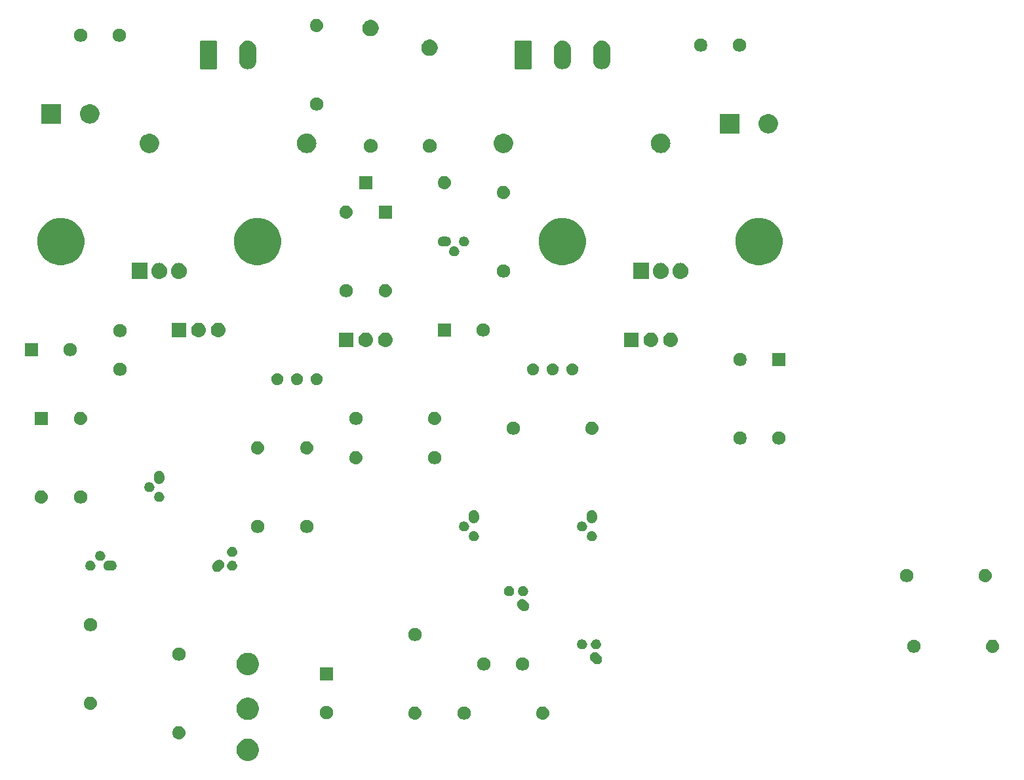
<source format=gbr>
G04 #@! TF.GenerationSoftware,KiCad,Pcbnew,(5.0.2)-1*
G04 #@! TF.CreationDate,2020-03-01T15:29:14+01:00*
G04 #@! TF.ProjectId,Ampli,416d706c-692e-46b6-9963-61645f706362,rev?*
G04 #@! TF.SameCoordinates,Original*
G04 #@! TF.FileFunction,Soldermask,Top*
G04 #@! TF.FilePolarity,Negative*
%FSLAX46Y46*%
G04 Gerber Fmt 4.6, Leading zero omitted, Abs format (unit mm)*
G04 Created by KiCad (PCBNEW (5.0.2)-1) date 01/03/2020 15:29:14*
%MOMM*%
%LPD*%
G01*
G04 APERTURE LIST*
%ADD10C,0.100000*%
G04 APERTURE END LIST*
D10*
G36*
X66463238Y-120194760D02*
X66463240Y-120194761D01*
X66463241Y-120194761D01*
X66727306Y-120304140D01*
X66727307Y-120304141D01*
X66964962Y-120462937D01*
X67167063Y-120665038D01*
X67167065Y-120665041D01*
X67325860Y-120902694D01*
X67435239Y-121166759D01*
X67491000Y-121447089D01*
X67491000Y-121732911D01*
X67435239Y-122013241D01*
X67325860Y-122277306D01*
X67325859Y-122277307D01*
X67167063Y-122514962D01*
X66964962Y-122717063D01*
X66964959Y-122717065D01*
X66727306Y-122875860D01*
X66463241Y-122985239D01*
X66463240Y-122985239D01*
X66463238Y-122985240D01*
X66182912Y-123041000D01*
X65897088Y-123041000D01*
X65616762Y-122985240D01*
X65616760Y-122985239D01*
X65616759Y-122985239D01*
X65352694Y-122875860D01*
X65115041Y-122717065D01*
X65115038Y-122717063D01*
X64912937Y-122514962D01*
X64754141Y-122277307D01*
X64754140Y-122277306D01*
X64644761Y-122013241D01*
X64589000Y-121732911D01*
X64589000Y-121447089D01*
X64644761Y-121166759D01*
X64754140Y-120902694D01*
X64912935Y-120665041D01*
X64912937Y-120665038D01*
X65115038Y-120462937D01*
X65352693Y-120304141D01*
X65352694Y-120304140D01*
X65616759Y-120194761D01*
X65616760Y-120194761D01*
X65616762Y-120194760D01*
X65897088Y-120139000D01*
X66182912Y-120139000D01*
X66463238Y-120194760D01*
X66463238Y-120194760D01*
G37*
G36*
X57316821Y-118541313D02*
X57316824Y-118541314D01*
X57316825Y-118541314D01*
X57477239Y-118589975D01*
X57477241Y-118589976D01*
X57477244Y-118589977D01*
X57625078Y-118668995D01*
X57754659Y-118775341D01*
X57861005Y-118904922D01*
X57940023Y-119052756D01*
X57988687Y-119213179D01*
X58005117Y-119380000D01*
X57988687Y-119546821D01*
X57940023Y-119707244D01*
X57861005Y-119855078D01*
X57754659Y-119984659D01*
X57625078Y-120091005D01*
X57477244Y-120170023D01*
X57477241Y-120170024D01*
X57477239Y-120170025D01*
X57316825Y-120218686D01*
X57316824Y-120218686D01*
X57316821Y-120218687D01*
X57191804Y-120231000D01*
X57108196Y-120231000D01*
X56983179Y-120218687D01*
X56983176Y-120218686D01*
X56983175Y-120218686D01*
X56822761Y-120170025D01*
X56822759Y-120170024D01*
X56822756Y-120170023D01*
X56674922Y-120091005D01*
X56545341Y-119984659D01*
X56438995Y-119855078D01*
X56359977Y-119707244D01*
X56311313Y-119546821D01*
X56294883Y-119380000D01*
X56311313Y-119213179D01*
X56359977Y-119052756D01*
X56438995Y-118904922D01*
X56545341Y-118775341D01*
X56674922Y-118668995D01*
X56822756Y-118589977D01*
X56822759Y-118589976D01*
X56822761Y-118589975D01*
X56983175Y-118541314D01*
X56983176Y-118541314D01*
X56983179Y-118541313D01*
X57108196Y-118529000D01*
X57191804Y-118529000D01*
X57316821Y-118541313D01*
X57316821Y-118541313D01*
G37*
G36*
X66463238Y-114894760D02*
X66463240Y-114894761D01*
X66463241Y-114894761D01*
X66727306Y-115004140D01*
X66961754Y-115160794D01*
X66964962Y-115162937D01*
X67167063Y-115365038D01*
X67167065Y-115365041D01*
X67325860Y-115602694D01*
X67435239Y-115866759D01*
X67435240Y-115866762D01*
X67478820Y-116085854D01*
X67491000Y-116147089D01*
X67491000Y-116432911D01*
X67435239Y-116713241D01*
X67325860Y-116977306D01*
X67198947Y-117167244D01*
X67167063Y-117214962D01*
X66964962Y-117417063D01*
X66964959Y-117417065D01*
X66727306Y-117575860D01*
X66463241Y-117685239D01*
X66463240Y-117685239D01*
X66463238Y-117685240D01*
X66182912Y-117741000D01*
X65897088Y-117741000D01*
X65616762Y-117685240D01*
X65616760Y-117685239D01*
X65616759Y-117685239D01*
X65352694Y-117575860D01*
X65115041Y-117417065D01*
X65115038Y-117417063D01*
X64912937Y-117214962D01*
X64881053Y-117167244D01*
X64754140Y-116977306D01*
X64644761Y-116713241D01*
X64589000Y-116432911D01*
X64589000Y-116147089D01*
X64601180Y-116085854D01*
X64644760Y-115866762D01*
X64644761Y-115866759D01*
X64754140Y-115602694D01*
X64912935Y-115365041D01*
X64912937Y-115365038D01*
X65115038Y-115162937D01*
X65118246Y-115160794D01*
X65352694Y-115004140D01*
X65616759Y-114894761D01*
X65616760Y-114894761D01*
X65616762Y-114894760D01*
X65897088Y-114839000D01*
X66182912Y-114839000D01*
X66463238Y-114894760D01*
X66463238Y-114894760D01*
G37*
G36*
X87796821Y-116001313D02*
X87796824Y-116001314D01*
X87796825Y-116001314D01*
X87957239Y-116049975D01*
X87957241Y-116049976D01*
X87957244Y-116049977D01*
X88105078Y-116128995D01*
X88234659Y-116235341D01*
X88341005Y-116364922D01*
X88420023Y-116512756D01*
X88420024Y-116512759D01*
X88420025Y-116512761D01*
X88468686Y-116673175D01*
X88468687Y-116673179D01*
X88485117Y-116840000D01*
X88468687Y-117006821D01*
X88468686Y-117006824D01*
X88468686Y-117006825D01*
X88421281Y-117163100D01*
X88420023Y-117167244D01*
X88341005Y-117315078D01*
X88234659Y-117444659D01*
X88105078Y-117551005D01*
X87957244Y-117630023D01*
X87957241Y-117630024D01*
X87957239Y-117630025D01*
X87796825Y-117678686D01*
X87796824Y-117678686D01*
X87796821Y-117678687D01*
X87671804Y-117691000D01*
X87588196Y-117691000D01*
X87463179Y-117678687D01*
X87463176Y-117678686D01*
X87463175Y-117678686D01*
X87302761Y-117630025D01*
X87302759Y-117630024D01*
X87302756Y-117630023D01*
X87154922Y-117551005D01*
X87025341Y-117444659D01*
X86918995Y-117315078D01*
X86839977Y-117167244D01*
X86838720Y-117163100D01*
X86791314Y-117006825D01*
X86791314Y-117006824D01*
X86791313Y-117006821D01*
X86774883Y-116840000D01*
X86791313Y-116673179D01*
X86791314Y-116673175D01*
X86839975Y-116512761D01*
X86839976Y-116512759D01*
X86839977Y-116512756D01*
X86918995Y-116364922D01*
X87025341Y-116235341D01*
X87154922Y-116128995D01*
X87302756Y-116049977D01*
X87302759Y-116049976D01*
X87302761Y-116049975D01*
X87463175Y-116001314D01*
X87463176Y-116001314D01*
X87463179Y-116001313D01*
X87588196Y-115989000D01*
X87671804Y-115989000D01*
X87796821Y-116001313D01*
X87796821Y-116001313D01*
G37*
G36*
X94228228Y-116021703D02*
X94383100Y-116085853D01*
X94522481Y-116178985D01*
X94641015Y-116297519D01*
X94734147Y-116436900D01*
X94798297Y-116591772D01*
X94831000Y-116756184D01*
X94831000Y-116923816D01*
X94798297Y-117088228D01*
X94734147Y-117243100D01*
X94641015Y-117382481D01*
X94522481Y-117501015D01*
X94383100Y-117594147D01*
X94228228Y-117658297D01*
X94063816Y-117691000D01*
X93896184Y-117691000D01*
X93731772Y-117658297D01*
X93576900Y-117594147D01*
X93437519Y-117501015D01*
X93318985Y-117382481D01*
X93225853Y-117243100D01*
X93161703Y-117088228D01*
X93129000Y-116923816D01*
X93129000Y-116756184D01*
X93161703Y-116591772D01*
X93225853Y-116436900D01*
X93318985Y-116297519D01*
X93437519Y-116178985D01*
X93576900Y-116085853D01*
X93731772Y-116021703D01*
X93896184Y-115989000D01*
X94063816Y-115989000D01*
X94228228Y-116021703D01*
X94228228Y-116021703D01*
G37*
G36*
X104306821Y-116001313D02*
X104306824Y-116001314D01*
X104306825Y-116001314D01*
X104467239Y-116049975D01*
X104467241Y-116049976D01*
X104467244Y-116049977D01*
X104615078Y-116128995D01*
X104744659Y-116235341D01*
X104851005Y-116364922D01*
X104930023Y-116512756D01*
X104930024Y-116512759D01*
X104930025Y-116512761D01*
X104978686Y-116673175D01*
X104978687Y-116673179D01*
X104995117Y-116840000D01*
X104978687Y-117006821D01*
X104978686Y-117006824D01*
X104978686Y-117006825D01*
X104931281Y-117163100D01*
X104930023Y-117167244D01*
X104851005Y-117315078D01*
X104744659Y-117444659D01*
X104615078Y-117551005D01*
X104467244Y-117630023D01*
X104467241Y-117630024D01*
X104467239Y-117630025D01*
X104306825Y-117678686D01*
X104306824Y-117678686D01*
X104306821Y-117678687D01*
X104181804Y-117691000D01*
X104098196Y-117691000D01*
X103973179Y-117678687D01*
X103973176Y-117678686D01*
X103973175Y-117678686D01*
X103812761Y-117630025D01*
X103812759Y-117630024D01*
X103812756Y-117630023D01*
X103664922Y-117551005D01*
X103535341Y-117444659D01*
X103428995Y-117315078D01*
X103349977Y-117167244D01*
X103348720Y-117163100D01*
X103301314Y-117006825D01*
X103301314Y-117006824D01*
X103301313Y-117006821D01*
X103284883Y-116840000D01*
X103301313Y-116673179D01*
X103301314Y-116673175D01*
X103349975Y-116512761D01*
X103349976Y-116512759D01*
X103349977Y-116512756D01*
X103428995Y-116364922D01*
X103535341Y-116235341D01*
X103664922Y-116128995D01*
X103812756Y-116049977D01*
X103812759Y-116049976D01*
X103812761Y-116049975D01*
X103973175Y-116001314D01*
X103973176Y-116001314D01*
X103973179Y-116001313D01*
X104098196Y-115989000D01*
X104181804Y-115989000D01*
X104306821Y-116001313D01*
X104306821Y-116001313D01*
G37*
G36*
X76448228Y-115941703D02*
X76603100Y-116005853D01*
X76742481Y-116098985D01*
X76861015Y-116217519D01*
X76954147Y-116356900D01*
X77018297Y-116511772D01*
X77051000Y-116676184D01*
X77051000Y-116843816D01*
X77018297Y-117008228D01*
X76954147Y-117163100D01*
X76861015Y-117302481D01*
X76742481Y-117421015D01*
X76603100Y-117514147D01*
X76448228Y-117578297D01*
X76283816Y-117611000D01*
X76116184Y-117611000D01*
X75951772Y-117578297D01*
X75796900Y-117514147D01*
X75657519Y-117421015D01*
X75538985Y-117302481D01*
X75445853Y-117163100D01*
X75381703Y-117008228D01*
X75349000Y-116843816D01*
X75349000Y-116676184D01*
X75381703Y-116511772D01*
X75445853Y-116356900D01*
X75538985Y-116217519D01*
X75657519Y-116098985D01*
X75796900Y-116005853D01*
X75951772Y-115941703D01*
X76116184Y-115909000D01*
X76283816Y-115909000D01*
X76448228Y-115941703D01*
X76448228Y-115941703D01*
G37*
G36*
X45886821Y-114731313D02*
X45886824Y-114731314D01*
X45886825Y-114731314D01*
X46047239Y-114779975D01*
X46047241Y-114779976D01*
X46047244Y-114779977D01*
X46195078Y-114858995D01*
X46324659Y-114965341D01*
X46431005Y-115094922D01*
X46510023Y-115242756D01*
X46558687Y-115403179D01*
X46575117Y-115570000D01*
X46558687Y-115736821D01*
X46510023Y-115897244D01*
X46431005Y-116045078D01*
X46324659Y-116174659D01*
X46195078Y-116281005D01*
X46047244Y-116360023D01*
X46047241Y-116360024D01*
X46047239Y-116360025D01*
X45886825Y-116408686D01*
X45886824Y-116408686D01*
X45886821Y-116408687D01*
X45761804Y-116421000D01*
X45678196Y-116421000D01*
X45553179Y-116408687D01*
X45553176Y-116408686D01*
X45553175Y-116408686D01*
X45392761Y-116360025D01*
X45392759Y-116360024D01*
X45392756Y-116360023D01*
X45244922Y-116281005D01*
X45115341Y-116174659D01*
X45008995Y-116045078D01*
X44929977Y-115897244D01*
X44881313Y-115736821D01*
X44864883Y-115570000D01*
X44881313Y-115403179D01*
X44929977Y-115242756D01*
X45008995Y-115094922D01*
X45115341Y-114965341D01*
X45244922Y-114858995D01*
X45392756Y-114779977D01*
X45392759Y-114779976D01*
X45392761Y-114779975D01*
X45553175Y-114731314D01*
X45553176Y-114731314D01*
X45553179Y-114731313D01*
X45678196Y-114719000D01*
X45761804Y-114719000D01*
X45886821Y-114731313D01*
X45886821Y-114731313D01*
G37*
G36*
X77051000Y-112611000D02*
X75349000Y-112611000D01*
X75349000Y-110909000D01*
X77051000Y-110909000D01*
X77051000Y-112611000D01*
X77051000Y-112611000D01*
G37*
G36*
X66463238Y-109094760D02*
X66463240Y-109094761D01*
X66463241Y-109094761D01*
X66727306Y-109204140D01*
X66782776Y-109241204D01*
X66964962Y-109362937D01*
X67167063Y-109565038D01*
X67167065Y-109565041D01*
X67325860Y-109802694D01*
X67425128Y-110042349D01*
X67435240Y-110066762D01*
X67491000Y-110347088D01*
X67491000Y-110632912D01*
X67439246Y-110893100D01*
X67435239Y-110913241D01*
X67325860Y-111177306D01*
X67325859Y-111177307D01*
X67167063Y-111414962D01*
X66964962Y-111617063D01*
X66964959Y-111617065D01*
X66727306Y-111775860D01*
X66463241Y-111885239D01*
X66463240Y-111885239D01*
X66463238Y-111885240D01*
X66182912Y-111941000D01*
X65897088Y-111941000D01*
X65616762Y-111885240D01*
X65616760Y-111885239D01*
X65616759Y-111885239D01*
X65352694Y-111775860D01*
X65115041Y-111617065D01*
X65115038Y-111617063D01*
X64912937Y-111414962D01*
X64754141Y-111177307D01*
X64754140Y-111177306D01*
X64644761Y-110913241D01*
X64640755Y-110893100D01*
X64589000Y-110632912D01*
X64589000Y-110347088D01*
X64644760Y-110066762D01*
X64654872Y-110042349D01*
X64754140Y-109802694D01*
X64912935Y-109565041D01*
X64912937Y-109565038D01*
X65115038Y-109362937D01*
X65297224Y-109241204D01*
X65352694Y-109204140D01*
X65616759Y-109094761D01*
X65616760Y-109094761D01*
X65616762Y-109094760D01*
X65897088Y-109039000D01*
X66182912Y-109039000D01*
X66463238Y-109094760D01*
X66463238Y-109094760D01*
G37*
G36*
X101768228Y-109671703D02*
X101923100Y-109735853D01*
X102062481Y-109828985D01*
X102181015Y-109947519D01*
X102274147Y-110086900D01*
X102338297Y-110241772D01*
X102371000Y-110406184D01*
X102371000Y-110573816D01*
X102338297Y-110738228D01*
X102274147Y-110893100D01*
X102181015Y-111032481D01*
X102062481Y-111151015D01*
X101923100Y-111244147D01*
X101768228Y-111308297D01*
X101603816Y-111341000D01*
X101436184Y-111341000D01*
X101271772Y-111308297D01*
X101116900Y-111244147D01*
X100977519Y-111151015D01*
X100858985Y-111032481D01*
X100765853Y-110893100D01*
X100701703Y-110738228D01*
X100669000Y-110573816D01*
X100669000Y-110406184D01*
X100701703Y-110241772D01*
X100765853Y-110086900D01*
X100858985Y-109947519D01*
X100977519Y-109828985D01*
X101116900Y-109735853D01*
X101271772Y-109671703D01*
X101436184Y-109639000D01*
X101603816Y-109639000D01*
X101768228Y-109671703D01*
X101768228Y-109671703D01*
G37*
G36*
X96768228Y-109671703D02*
X96923100Y-109735853D01*
X97062481Y-109828985D01*
X97181015Y-109947519D01*
X97274147Y-110086900D01*
X97338297Y-110241772D01*
X97371000Y-110406184D01*
X97371000Y-110573816D01*
X97338297Y-110738228D01*
X97274147Y-110893100D01*
X97181015Y-111032481D01*
X97062481Y-111151015D01*
X96923100Y-111244147D01*
X96768228Y-111308297D01*
X96603816Y-111341000D01*
X96436184Y-111341000D01*
X96271772Y-111308297D01*
X96116900Y-111244147D01*
X95977519Y-111151015D01*
X95858985Y-111032481D01*
X95765853Y-110893100D01*
X95701703Y-110738228D01*
X95669000Y-110573816D01*
X95669000Y-110406184D01*
X95701703Y-110241772D01*
X95765853Y-110086900D01*
X95858985Y-109947519D01*
X95977519Y-109828985D01*
X96116900Y-109735853D01*
X96271772Y-109671703D01*
X96436184Y-109639000D01*
X96603816Y-109639000D01*
X96768228Y-109671703D01*
X96768228Y-109671703D01*
G37*
G36*
X111002249Y-108963050D02*
X111124960Y-109000275D01*
X111124962Y-109000276D01*
X111238056Y-109060725D01*
X111279527Y-109094760D01*
X111312349Y-109121696D01*
X111640406Y-109449753D01*
X111655568Y-109468228D01*
X111701377Y-109524046D01*
X111761826Y-109637139D01*
X111761827Y-109637142D01*
X111799052Y-109759852D01*
X111811620Y-109887471D01*
X111799052Y-110015091D01*
X111761827Y-110137802D01*
X111761826Y-110137804D01*
X111701377Y-110250898D01*
X111620025Y-110350025D01*
X111520898Y-110431377D01*
X111407804Y-110491826D01*
X111407802Y-110491827D01*
X111285091Y-110529052D01*
X111167173Y-110540664D01*
X111157472Y-110541620D01*
X111157471Y-110541620D01*
X111029852Y-110529052D01*
X110907142Y-110491827D01*
X110907139Y-110491826D01*
X110794046Y-110431377D01*
X110750239Y-110395424D01*
X110719753Y-110370406D01*
X110391696Y-110042349D01*
X110366678Y-110011864D01*
X110330725Y-109968056D01*
X110270276Y-109854962D01*
X110262396Y-109828986D01*
X110233050Y-109732249D01*
X110220482Y-109604630D01*
X110233050Y-109477011D01*
X110270275Y-109354300D01*
X110297259Y-109303816D01*
X110330725Y-109241204D01*
X110412077Y-109142077D01*
X110511204Y-109060725D01*
X110624298Y-109000276D01*
X110624300Y-109000275D01*
X110747011Y-108963050D01*
X110874630Y-108950482D01*
X111002249Y-108963050D01*
X111002249Y-108963050D01*
G37*
G36*
X57398228Y-108401703D02*
X57553100Y-108465853D01*
X57692481Y-108558985D01*
X57811015Y-108677519D01*
X57904147Y-108816900D01*
X57968297Y-108971772D01*
X58001000Y-109136184D01*
X58001000Y-109303816D01*
X57968297Y-109468228D01*
X57904147Y-109623100D01*
X57811015Y-109762481D01*
X57692481Y-109881015D01*
X57553100Y-109974147D01*
X57398228Y-110038297D01*
X57233816Y-110071000D01*
X57066184Y-110071000D01*
X56901772Y-110038297D01*
X56746900Y-109974147D01*
X56607519Y-109881015D01*
X56488985Y-109762481D01*
X56395853Y-109623100D01*
X56331703Y-109468228D01*
X56299000Y-109303816D01*
X56299000Y-109136184D01*
X56331703Y-108971772D01*
X56395853Y-108816900D01*
X56488985Y-108677519D01*
X56607519Y-108558985D01*
X56746900Y-108465853D01*
X56901772Y-108401703D01*
X57066184Y-108369000D01*
X57233816Y-108369000D01*
X57398228Y-108401703D01*
X57398228Y-108401703D01*
G37*
G36*
X162401822Y-107356314D02*
X162401825Y-107356315D01*
X162401826Y-107356315D01*
X162562240Y-107404976D01*
X162562242Y-107404977D01*
X162562245Y-107404978D01*
X162710079Y-107483996D01*
X162839660Y-107590342D01*
X162946006Y-107719923D01*
X163025024Y-107867757D01*
X163025025Y-107867760D01*
X163025026Y-107867762D01*
X163073687Y-108028176D01*
X163073688Y-108028180D01*
X163090118Y-108195001D01*
X163073688Y-108361822D01*
X163073687Y-108361825D01*
X163073687Y-108361826D01*
X163042131Y-108465853D01*
X163025024Y-108522245D01*
X162946006Y-108670079D01*
X162839660Y-108799660D01*
X162710079Y-108906006D01*
X162562245Y-108985024D01*
X162562242Y-108985025D01*
X162562240Y-108985026D01*
X162401826Y-109033687D01*
X162401825Y-109033687D01*
X162401822Y-109033688D01*
X162276805Y-109046001D01*
X162193197Y-109046001D01*
X162068180Y-109033688D01*
X162068177Y-109033687D01*
X162068176Y-109033687D01*
X161907762Y-108985026D01*
X161907760Y-108985025D01*
X161907757Y-108985024D01*
X161759923Y-108906006D01*
X161630342Y-108799660D01*
X161523996Y-108670079D01*
X161444978Y-108522245D01*
X161427872Y-108465853D01*
X161396315Y-108361826D01*
X161396315Y-108361825D01*
X161396314Y-108361822D01*
X161379884Y-108195001D01*
X161396314Y-108028180D01*
X161396315Y-108028176D01*
X161444976Y-107867762D01*
X161444977Y-107867760D01*
X161444978Y-107867757D01*
X161523996Y-107719923D01*
X161630342Y-107590342D01*
X161759923Y-107483996D01*
X161907757Y-107404978D01*
X161907760Y-107404977D01*
X161907762Y-107404976D01*
X162068176Y-107356315D01*
X162068177Y-107356315D01*
X162068180Y-107356314D01*
X162193197Y-107344001D01*
X162276805Y-107344001D01*
X162401822Y-107356314D01*
X162401822Y-107356314D01*
G37*
G36*
X152323229Y-107376704D02*
X152478101Y-107440854D01*
X152617482Y-107533986D01*
X152736016Y-107652520D01*
X152829148Y-107791901D01*
X152893298Y-107946773D01*
X152926001Y-108111185D01*
X152926001Y-108278817D01*
X152893298Y-108443229D01*
X152829148Y-108598101D01*
X152736016Y-108737482D01*
X152617482Y-108856016D01*
X152478101Y-108949148D01*
X152323229Y-109013298D01*
X152158817Y-109046001D01*
X151991185Y-109046001D01*
X151826773Y-109013298D01*
X151671901Y-108949148D01*
X151532520Y-108856016D01*
X151413986Y-108737482D01*
X151320854Y-108598101D01*
X151256704Y-108443229D01*
X151224001Y-108278817D01*
X151224001Y-108111185D01*
X151256704Y-107946773D01*
X151320854Y-107791901D01*
X151413986Y-107652520D01*
X151532520Y-107533986D01*
X151671901Y-107440854D01*
X151826773Y-107376704D01*
X151991185Y-107344001D01*
X152158817Y-107344001D01*
X152323229Y-107376704D01*
X152323229Y-107376704D01*
G37*
G36*
X111079906Y-107302140D02*
X111143669Y-107308420D01*
X111225478Y-107333237D01*
X111266384Y-107345645D01*
X111366542Y-107399181D01*
X111379477Y-107406095D01*
X111478604Y-107487447D01*
X111559956Y-107586574D01*
X111559957Y-107586576D01*
X111620406Y-107699667D01*
X111620406Y-107699668D01*
X111657631Y-107822382D01*
X111670200Y-107950000D01*
X111657631Y-108077618D01*
X111632814Y-108159427D01*
X111620406Y-108200333D01*
X111578455Y-108278817D01*
X111559956Y-108313426D01*
X111478604Y-108412553D01*
X111379477Y-108493905D01*
X111379475Y-108493906D01*
X111266384Y-108554355D01*
X111251117Y-108558986D01*
X111143669Y-108591580D01*
X111079906Y-108597860D01*
X111048025Y-108601000D01*
X110984077Y-108601000D01*
X110952196Y-108597860D01*
X110888433Y-108591580D01*
X110780985Y-108558986D01*
X110765718Y-108554355D01*
X110652627Y-108493906D01*
X110652625Y-108493905D01*
X110553498Y-108412553D01*
X110472146Y-108313426D01*
X110453647Y-108278817D01*
X110411696Y-108200333D01*
X110399288Y-108159427D01*
X110374471Y-108077618D01*
X110361902Y-107950000D01*
X110374471Y-107822382D01*
X110411696Y-107699668D01*
X110411696Y-107699667D01*
X110472145Y-107586576D01*
X110472146Y-107586574D01*
X110553498Y-107487447D01*
X110652625Y-107406095D01*
X110665560Y-107399181D01*
X110765718Y-107345645D01*
X110806624Y-107333237D01*
X110888433Y-107308420D01*
X110952196Y-107302140D01*
X110984077Y-107299000D01*
X111048025Y-107299000D01*
X111079906Y-107302140D01*
X111079906Y-107302140D01*
G37*
G36*
X109283855Y-107302140D02*
X109347618Y-107308420D01*
X109429427Y-107333237D01*
X109470333Y-107345645D01*
X109570491Y-107399181D01*
X109583426Y-107406095D01*
X109682553Y-107487447D01*
X109763905Y-107586574D01*
X109763906Y-107586576D01*
X109824355Y-107699667D01*
X109824355Y-107699668D01*
X109861580Y-107822382D01*
X109874149Y-107950000D01*
X109861580Y-108077618D01*
X109836763Y-108159427D01*
X109824355Y-108200333D01*
X109782404Y-108278817D01*
X109763905Y-108313426D01*
X109682553Y-108412553D01*
X109583426Y-108493905D01*
X109583424Y-108493906D01*
X109470333Y-108554355D01*
X109455066Y-108558986D01*
X109347618Y-108591580D01*
X109283855Y-108597860D01*
X109251974Y-108601000D01*
X109188026Y-108601000D01*
X109156145Y-108597860D01*
X109092382Y-108591580D01*
X108984934Y-108558986D01*
X108969667Y-108554355D01*
X108856576Y-108493906D01*
X108856574Y-108493905D01*
X108757447Y-108412553D01*
X108676095Y-108313426D01*
X108657596Y-108278817D01*
X108615645Y-108200333D01*
X108603237Y-108159427D01*
X108578420Y-108077618D01*
X108565851Y-107950000D01*
X108578420Y-107822382D01*
X108615645Y-107699668D01*
X108615645Y-107699667D01*
X108676094Y-107586576D01*
X108676095Y-107586574D01*
X108757447Y-107487447D01*
X108856574Y-107406095D01*
X108869509Y-107399181D01*
X108969667Y-107345645D01*
X109010573Y-107333237D01*
X109092382Y-107308420D01*
X109156145Y-107302140D01*
X109188026Y-107299000D01*
X109251974Y-107299000D01*
X109283855Y-107302140D01*
X109283855Y-107302140D01*
G37*
G36*
X87878228Y-105861703D02*
X88033100Y-105925853D01*
X88172481Y-106018985D01*
X88291015Y-106137519D01*
X88384147Y-106276900D01*
X88448297Y-106431772D01*
X88481000Y-106596184D01*
X88481000Y-106763816D01*
X88448297Y-106928228D01*
X88384147Y-107083100D01*
X88291015Y-107222481D01*
X88172481Y-107341015D01*
X88033100Y-107434147D01*
X87878228Y-107498297D01*
X87713816Y-107531000D01*
X87546184Y-107531000D01*
X87381772Y-107498297D01*
X87226900Y-107434147D01*
X87087519Y-107341015D01*
X86968985Y-107222481D01*
X86875853Y-107083100D01*
X86811703Y-106928228D01*
X86779000Y-106763816D01*
X86779000Y-106596184D01*
X86811703Y-106431772D01*
X86875853Y-106276900D01*
X86968985Y-106137519D01*
X87087519Y-106018985D01*
X87226900Y-105925853D01*
X87381772Y-105861703D01*
X87546184Y-105829000D01*
X87713816Y-105829000D01*
X87878228Y-105861703D01*
X87878228Y-105861703D01*
G37*
G36*
X45968228Y-104591703D02*
X46123100Y-104655853D01*
X46262481Y-104748985D01*
X46381015Y-104867519D01*
X46474147Y-105006900D01*
X46538297Y-105161772D01*
X46571000Y-105326184D01*
X46571000Y-105493816D01*
X46538297Y-105658228D01*
X46474147Y-105813100D01*
X46381015Y-105952481D01*
X46262481Y-106071015D01*
X46123100Y-106164147D01*
X45968228Y-106228297D01*
X45803816Y-106261000D01*
X45636184Y-106261000D01*
X45471772Y-106228297D01*
X45316900Y-106164147D01*
X45177519Y-106071015D01*
X45058985Y-105952481D01*
X44965853Y-105813100D01*
X44901703Y-105658228D01*
X44869000Y-105493816D01*
X44869000Y-105326184D01*
X44901703Y-105161772D01*
X44965853Y-105006900D01*
X45058985Y-104867519D01*
X45177519Y-104748985D01*
X45316900Y-104655853D01*
X45471772Y-104591703D01*
X45636184Y-104559000D01*
X45803816Y-104559000D01*
X45968228Y-104591703D01*
X45968228Y-104591703D01*
G37*
G36*
X101586198Y-102086999D02*
X101708909Y-102124224D01*
X101708911Y-102124225D01*
X101822005Y-102184674D01*
X101865812Y-102220627D01*
X101896298Y-102245645D01*
X102224355Y-102573702D01*
X102246725Y-102600960D01*
X102285326Y-102647995D01*
X102345775Y-102761088D01*
X102345776Y-102761091D01*
X102383001Y-102883801D01*
X102395569Y-103011420D01*
X102383001Y-103139040D01*
X102345776Y-103261751D01*
X102345775Y-103261753D01*
X102285326Y-103374847D01*
X102203974Y-103473974D01*
X102104847Y-103555326D01*
X101991753Y-103615775D01*
X101991751Y-103615776D01*
X101869040Y-103653001D01*
X101751122Y-103664613D01*
X101741421Y-103665569D01*
X101741420Y-103665569D01*
X101613801Y-103653001D01*
X101491091Y-103615776D01*
X101491088Y-103615775D01*
X101377995Y-103555326D01*
X101334188Y-103519373D01*
X101303702Y-103494355D01*
X100975645Y-103166298D01*
X100950627Y-103135813D01*
X100914674Y-103092005D01*
X100854225Y-102978911D01*
X100854224Y-102978909D01*
X100816999Y-102856198D01*
X100804431Y-102728579D01*
X100816999Y-102600960D01*
X100854224Y-102478249D01*
X100854225Y-102478247D01*
X100914674Y-102365153D01*
X100996026Y-102266026D01*
X101095153Y-102184674D01*
X101208247Y-102124225D01*
X101208249Y-102124224D01*
X101330960Y-102086999D01*
X101458579Y-102074431D01*
X101586198Y-102086999D01*
X101586198Y-102086999D01*
G37*
G36*
X99867804Y-100426089D02*
X99931567Y-100432369D01*
X100013376Y-100457186D01*
X100054282Y-100469594D01*
X100154440Y-100523130D01*
X100167375Y-100530044D01*
X100266502Y-100611396D01*
X100347854Y-100710523D01*
X100347855Y-100710525D01*
X100408304Y-100823616D01*
X100408304Y-100823617D01*
X100445529Y-100946331D01*
X100458098Y-101073949D01*
X100445529Y-101201567D01*
X100420712Y-101283376D01*
X100408304Y-101324282D01*
X100354768Y-101424440D01*
X100347854Y-101437375D01*
X100266502Y-101536502D01*
X100167375Y-101617854D01*
X100167373Y-101617855D01*
X100054282Y-101678304D01*
X100013376Y-101690712D01*
X99931567Y-101715529D01*
X99867804Y-101721809D01*
X99835923Y-101724949D01*
X99771975Y-101724949D01*
X99740094Y-101721809D01*
X99676331Y-101715529D01*
X99594522Y-101690712D01*
X99553616Y-101678304D01*
X99440525Y-101617855D01*
X99440523Y-101617854D01*
X99341396Y-101536502D01*
X99260044Y-101437375D01*
X99253130Y-101424440D01*
X99199594Y-101324282D01*
X99187186Y-101283376D01*
X99162369Y-101201567D01*
X99149800Y-101073949D01*
X99162369Y-100946331D01*
X99199594Y-100823617D01*
X99199594Y-100823616D01*
X99260043Y-100710525D01*
X99260044Y-100710523D01*
X99341396Y-100611396D01*
X99440523Y-100530044D01*
X99453458Y-100523130D01*
X99553616Y-100469594D01*
X99594522Y-100457186D01*
X99676331Y-100432369D01*
X99740094Y-100426089D01*
X99771975Y-100422949D01*
X99835923Y-100422949D01*
X99867804Y-100426089D01*
X99867804Y-100426089D01*
G37*
G36*
X101663855Y-100426089D02*
X101727618Y-100432369D01*
X101809427Y-100457186D01*
X101850333Y-100469594D01*
X101950491Y-100523130D01*
X101963426Y-100530044D01*
X102062553Y-100611396D01*
X102143905Y-100710523D01*
X102143906Y-100710525D01*
X102204355Y-100823616D01*
X102204355Y-100823617D01*
X102241580Y-100946331D01*
X102254149Y-101073949D01*
X102241580Y-101201567D01*
X102216763Y-101283376D01*
X102204355Y-101324282D01*
X102150819Y-101424440D01*
X102143905Y-101437375D01*
X102062553Y-101536502D01*
X101963426Y-101617854D01*
X101963424Y-101617855D01*
X101850333Y-101678304D01*
X101809427Y-101690712D01*
X101727618Y-101715529D01*
X101663855Y-101721809D01*
X101631974Y-101724949D01*
X101568026Y-101724949D01*
X101536145Y-101721809D01*
X101472382Y-101715529D01*
X101390573Y-101690712D01*
X101349667Y-101678304D01*
X101236576Y-101617855D01*
X101236574Y-101617854D01*
X101137447Y-101536502D01*
X101056095Y-101437375D01*
X101049181Y-101424440D01*
X100995645Y-101324282D01*
X100983237Y-101283376D01*
X100958420Y-101201567D01*
X100945851Y-101073949D01*
X100958420Y-100946331D01*
X100995645Y-100823617D01*
X100995645Y-100823616D01*
X101056094Y-100710525D01*
X101056095Y-100710523D01*
X101137447Y-100611396D01*
X101236574Y-100530044D01*
X101249509Y-100523130D01*
X101349667Y-100469594D01*
X101390573Y-100457186D01*
X101472382Y-100432369D01*
X101536145Y-100426089D01*
X101568026Y-100422949D01*
X101631974Y-100422949D01*
X101663855Y-100426089D01*
X101663855Y-100426089D01*
G37*
G36*
X151378228Y-98241703D02*
X151533100Y-98305853D01*
X151672481Y-98398985D01*
X151791015Y-98517519D01*
X151884147Y-98656900D01*
X151948297Y-98811772D01*
X151981000Y-98976184D01*
X151981000Y-99143816D01*
X151948297Y-99308228D01*
X151884147Y-99463100D01*
X151791015Y-99602481D01*
X151672481Y-99721015D01*
X151533100Y-99814147D01*
X151378228Y-99878297D01*
X151213816Y-99911000D01*
X151046184Y-99911000D01*
X150881772Y-99878297D01*
X150726900Y-99814147D01*
X150587519Y-99721015D01*
X150468985Y-99602481D01*
X150375853Y-99463100D01*
X150311703Y-99308228D01*
X150279000Y-99143816D01*
X150279000Y-98976184D01*
X150311703Y-98811772D01*
X150375853Y-98656900D01*
X150468985Y-98517519D01*
X150587519Y-98398985D01*
X150726900Y-98305853D01*
X150881772Y-98241703D01*
X151046184Y-98209000D01*
X151213816Y-98209000D01*
X151378228Y-98241703D01*
X151378228Y-98241703D01*
G37*
G36*
X161456821Y-98221313D02*
X161456824Y-98221314D01*
X161456825Y-98221314D01*
X161617239Y-98269975D01*
X161617241Y-98269976D01*
X161617244Y-98269977D01*
X161765078Y-98348995D01*
X161894659Y-98455341D01*
X162001005Y-98584922D01*
X162080023Y-98732756D01*
X162080024Y-98732759D01*
X162080025Y-98732761D01*
X162128686Y-98893175D01*
X162128687Y-98893179D01*
X162145117Y-99060000D01*
X162128687Y-99226821D01*
X162128686Y-99226824D01*
X162128686Y-99226825D01*
X162103993Y-99308228D01*
X162080023Y-99387244D01*
X162001005Y-99535078D01*
X161894659Y-99664659D01*
X161765078Y-99771005D01*
X161617244Y-99850023D01*
X161617241Y-99850024D01*
X161617239Y-99850025D01*
X161456825Y-99898686D01*
X161456824Y-99898686D01*
X161456821Y-99898687D01*
X161331804Y-99911000D01*
X161248196Y-99911000D01*
X161123179Y-99898687D01*
X161123176Y-99898686D01*
X161123175Y-99898686D01*
X160962761Y-99850025D01*
X160962759Y-99850024D01*
X160962756Y-99850023D01*
X160814922Y-99771005D01*
X160685341Y-99664659D01*
X160578995Y-99535078D01*
X160499977Y-99387244D01*
X160476008Y-99308228D01*
X160451314Y-99226825D01*
X160451314Y-99226824D01*
X160451313Y-99226821D01*
X160434883Y-99060000D01*
X160451313Y-98893179D01*
X160451314Y-98893175D01*
X160499975Y-98732761D01*
X160499976Y-98732759D01*
X160499977Y-98732756D01*
X160578995Y-98584922D01*
X160685341Y-98455341D01*
X160814922Y-98348995D01*
X160962756Y-98269977D01*
X160962759Y-98269976D01*
X160962761Y-98269975D01*
X161123175Y-98221314D01*
X161123176Y-98221314D01*
X161123179Y-98221313D01*
X161248196Y-98209000D01*
X161331804Y-98209000D01*
X161456821Y-98221313D01*
X161456821Y-98221313D01*
G37*
G36*
X62381122Y-96995387D02*
X62499040Y-97006999D01*
X62621751Y-97044224D01*
X62621753Y-97044225D01*
X62734847Y-97104674D01*
X62833974Y-97186026D01*
X62915326Y-97285153D01*
X62975775Y-97398247D01*
X62975776Y-97398249D01*
X63013001Y-97520960D01*
X63025569Y-97648579D01*
X63013001Y-97776199D01*
X62975776Y-97898909D01*
X62975775Y-97898912D01*
X62915326Y-98012005D01*
X62892078Y-98040332D01*
X62854355Y-98086298D01*
X62526298Y-98414355D01*
X62505309Y-98431580D01*
X62452005Y-98475326D01*
X62338911Y-98535775D01*
X62338909Y-98535776D01*
X62216198Y-98573001D01*
X62088579Y-98585569D01*
X61960960Y-98573001D01*
X61838249Y-98535776D01*
X61838247Y-98535775D01*
X61725153Y-98475326D01*
X61626026Y-98393974D01*
X61544674Y-98294847D01*
X61484225Y-98181753D01*
X61484224Y-98181751D01*
X61446999Y-98059040D01*
X61434431Y-97931421D01*
X61446999Y-97803802D01*
X61484224Y-97681091D01*
X61501602Y-97648579D01*
X61544674Y-97567995D01*
X61583275Y-97520960D01*
X61605645Y-97493702D01*
X61933702Y-97165645D01*
X61966169Y-97139000D01*
X62007995Y-97104674D01*
X62121088Y-97044225D01*
X62121091Y-97044224D01*
X62243801Y-97006999D01*
X62371420Y-96994431D01*
X62371421Y-96994431D01*
X62381122Y-96995387D01*
X62381122Y-96995387D01*
G37*
G36*
X64089906Y-97142140D02*
X64153669Y-97148420D01*
X64228105Y-97171000D01*
X64276384Y-97185645D01*
X64376542Y-97239181D01*
X64389477Y-97246095D01*
X64488604Y-97327447D01*
X64569956Y-97426574D01*
X64569957Y-97426576D01*
X64630406Y-97539667D01*
X64630406Y-97539668D01*
X64667631Y-97662382D01*
X64680200Y-97790000D01*
X64667631Y-97917618D01*
X64642814Y-97999427D01*
X64630406Y-98040333D01*
X64605837Y-98086297D01*
X64569956Y-98153426D01*
X64488604Y-98252553D01*
X64389477Y-98333905D01*
X64389475Y-98333906D01*
X64276384Y-98394355D01*
X64261117Y-98398986D01*
X64153669Y-98431580D01*
X64089906Y-98437860D01*
X64058025Y-98441000D01*
X63994077Y-98441000D01*
X63962196Y-98437860D01*
X63898433Y-98431580D01*
X63790985Y-98398986D01*
X63775718Y-98394355D01*
X63662627Y-98333906D01*
X63662625Y-98333905D01*
X63563498Y-98252553D01*
X63482146Y-98153426D01*
X63446265Y-98086297D01*
X63421696Y-98040333D01*
X63409288Y-97999427D01*
X63384471Y-97917618D01*
X63371902Y-97790000D01*
X63384471Y-97662382D01*
X63421696Y-97539668D01*
X63421696Y-97539667D01*
X63482145Y-97426576D01*
X63482146Y-97426574D01*
X63563498Y-97327447D01*
X63662625Y-97246095D01*
X63675560Y-97239181D01*
X63775718Y-97185645D01*
X63823997Y-97171000D01*
X63898433Y-97148420D01*
X63962196Y-97142140D01*
X63994077Y-97139000D01*
X64058025Y-97139000D01*
X64089906Y-97142140D01*
X64089906Y-97142140D01*
G37*
G36*
X45783855Y-97142140D02*
X45847618Y-97148420D01*
X45922054Y-97171000D01*
X45970333Y-97185645D01*
X46070491Y-97239181D01*
X46083426Y-97246095D01*
X46182553Y-97327447D01*
X46263905Y-97426574D01*
X46263906Y-97426576D01*
X46324355Y-97539667D01*
X46324355Y-97539668D01*
X46361580Y-97662382D01*
X46374149Y-97790000D01*
X46361580Y-97917618D01*
X46336763Y-97999427D01*
X46324355Y-98040333D01*
X46299786Y-98086297D01*
X46263905Y-98153426D01*
X46182553Y-98252553D01*
X46083426Y-98333905D01*
X46083424Y-98333906D01*
X45970333Y-98394355D01*
X45955066Y-98398986D01*
X45847618Y-98431580D01*
X45783855Y-98437860D01*
X45751974Y-98441000D01*
X45688026Y-98441000D01*
X45656145Y-98437860D01*
X45592382Y-98431580D01*
X45484934Y-98398986D01*
X45469667Y-98394355D01*
X45356576Y-98333906D01*
X45356574Y-98333905D01*
X45257447Y-98252553D01*
X45176095Y-98153426D01*
X45140214Y-98086297D01*
X45115645Y-98040333D01*
X45103237Y-97999427D01*
X45078420Y-97917618D01*
X45065851Y-97790000D01*
X45078420Y-97662382D01*
X45115645Y-97539668D01*
X45115645Y-97539667D01*
X45176094Y-97426576D01*
X45176095Y-97426574D01*
X45257447Y-97327447D01*
X45356574Y-97246095D01*
X45369509Y-97239181D01*
X45469667Y-97185645D01*
X45517946Y-97171000D01*
X45592382Y-97148420D01*
X45656145Y-97142140D01*
X45688026Y-97139000D01*
X45751974Y-97139000D01*
X45783855Y-97142140D01*
X45783855Y-97142140D01*
G37*
G36*
X48523855Y-97142140D02*
X48587618Y-97148420D01*
X48662054Y-97171000D01*
X48710333Y-97185645D01*
X48810491Y-97239181D01*
X48823426Y-97246095D01*
X48922553Y-97327447D01*
X49003905Y-97426574D01*
X49003906Y-97426576D01*
X49064355Y-97539667D01*
X49064355Y-97539668D01*
X49101580Y-97662382D01*
X49114149Y-97790000D01*
X49101580Y-97917618D01*
X49076763Y-97999427D01*
X49064355Y-98040333D01*
X49039786Y-98086297D01*
X49003905Y-98153426D01*
X48922553Y-98252553D01*
X48823426Y-98333905D01*
X48823424Y-98333906D01*
X48710333Y-98394355D01*
X48695066Y-98398986D01*
X48587618Y-98431580D01*
X48523855Y-98437860D01*
X48491974Y-98441000D01*
X48028026Y-98441000D01*
X47996145Y-98437860D01*
X47932382Y-98431580D01*
X47824934Y-98398986D01*
X47809667Y-98394355D01*
X47696576Y-98333906D01*
X47696574Y-98333905D01*
X47597447Y-98252553D01*
X47516095Y-98153426D01*
X47480214Y-98086297D01*
X47455645Y-98040333D01*
X47443237Y-97999427D01*
X47418420Y-97917618D01*
X47405851Y-97790000D01*
X47418420Y-97662382D01*
X47455645Y-97539668D01*
X47455645Y-97539667D01*
X47516094Y-97426576D01*
X47516095Y-97426574D01*
X47597447Y-97327447D01*
X47696574Y-97246095D01*
X47709509Y-97239181D01*
X47809667Y-97185645D01*
X47857946Y-97171000D01*
X47932382Y-97148420D01*
X47996145Y-97142140D01*
X48028026Y-97139000D01*
X48491974Y-97139000D01*
X48523855Y-97142140D01*
X48523855Y-97142140D01*
G37*
G36*
X47053855Y-95872140D02*
X47117618Y-95878420D01*
X47199427Y-95903237D01*
X47240333Y-95915645D01*
X47340491Y-95969181D01*
X47353426Y-95976095D01*
X47452553Y-96057447D01*
X47533905Y-96156574D01*
X47533906Y-96156576D01*
X47594355Y-96269667D01*
X47594355Y-96269668D01*
X47631580Y-96392382D01*
X47644149Y-96520000D01*
X47631580Y-96647618D01*
X47606763Y-96729427D01*
X47594355Y-96770333D01*
X47540819Y-96870491D01*
X47533905Y-96883426D01*
X47452553Y-96982553D01*
X47353426Y-97063905D01*
X47353424Y-97063906D01*
X47240333Y-97124355D01*
X47199427Y-97136763D01*
X47117618Y-97161580D01*
X47076344Y-97165645D01*
X47021974Y-97171000D01*
X46958026Y-97171000D01*
X46903656Y-97165645D01*
X46862382Y-97161580D01*
X46780573Y-97136763D01*
X46739667Y-97124355D01*
X46626576Y-97063906D01*
X46626574Y-97063905D01*
X46527447Y-96982553D01*
X46446095Y-96883426D01*
X46439181Y-96870491D01*
X46385645Y-96770333D01*
X46373237Y-96729427D01*
X46348420Y-96647618D01*
X46335851Y-96520000D01*
X46348420Y-96392382D01*
X46385645Y-96269668D01*
X46385645Y-96269667D01*
X46446094Y-96156576D01*
X46446095Y-96156574D01*
X46527447Y-96057447D01*
X46626574Y-95976095D01*
X46639509Y-95969181D01*
X46739667Y-95915645D01*
X46780573Y-95903237D01*
X46862382Y-95878420D01*
X46926145Y-95872140D01*
X46958026Y-95869000D01*
X47021974Y-95869000D01*
X47053855Y-95872140D01*
X47053855Y-95872140D01*
G37*
G36*
X64089906Y-95346089D02*
X64153669Y-95352369D01*
X64235478Y-95377186D01*
X64276384Y-95389594D01*
X64376542Y-95443130D01*
X64389477Y-95450044D01*
X64488604Y-95531396D01*
X64569956Y-95630523D01*
X64569957Y-95630525D01*
X64630406Y-95743616D01*
X64630406Y-95743617D01*
X64667631Y-95866331D01*
X64680200Y-95993949D01*
X64667631Y-96121567D01*
X64657011Y-96156576D01*
X64630406Y-96244282D01*
X64576870Y-96344440D01*
X64569956Y-96357375D01*
X64488604Y-96456502D01*
X64389477Y-96537854D01*
X64389475Y-96537855D01*
X64276384Y-96598304D01*
X64235478Y-96610712D01*
X64153669Y-96635529D01*
X64089906Y-96641809D01*
X64058025Y-96644949D01*
X63994077Y-96644949D01*
X63962196Y-96641809D01*
X63898433Y-96635529D01*
X63816624Y-96610712D01*
X63775718Y-96598304D01*
X63662627Y-96537855D01*
X63662625Y-96537854D01*
X63563498Y-96456502D01*
X63482146Y-96357375D01*
X63475232Y-96344440D01*
X63421696Y-96244282D01*
X63395091Y-96156576D01*
X63384471Y-96121567D01*
X63371902Y-95993949D01*
X63384471Y-95866331D01*
X63421696Y-95743617D01*
X63421696Y-95743616D01*
X63482145Y-95630525D01*
X63482146Y-95630523D01*
X63563498Y-95531396D01*
X63662625Y-95450044D01*
X63675560Y-95443130D01*
X63775718Y-95389594D01*
X63816624Y-95377186D01*
X63898433Y-95352369D01*
X63962196Y-95346089D01*
X63994077Y-95342949D01*
X64058025Y-95342949D01*
X64089906Y-95346089D01*
X64089906Y-95346089D01*
G37*
G36*
X95313855Y-93332140D02*
X95377618Y-93338420D01*
X95452054Y-93361000D01*
X95500333Y-93375645D01*
X95600491Y-93429181D01*
X95613426Y-93436095D01*
X95712553Y-93517447D01*
X95793905Y-93616574D01*
X95793906Y-93616576D01*
X95854355Y-93729667D01*
X95854355Y-93729668D01*
X95891580Y-93852382D01*
X95904149Y-93980000D01*
X95891580Y-94107618D01*
X95866763Y-94189427D01*
X95854355Y-94230333D01*
X95800819Y-94330491D01*
X95793905Y-94343426D01*
X95712553Y-94442553D01*
X95613426Y-94523905D01*
X95613424Y-94523906D01*
X95500333Y-94584355D01*
X95459427Y-94596763D01*
X95377618Y-94621580D01*
X95313855Y-94627860D01*
X95281974Y-94631000D01*
X95218026Y-94631000D01*
X95186145Y-94627860D01*
X95122382Y-94621580D01*
X95040573Y-94596763D01*
X94999667Y-94584355D01*
X94886576Y-94523906D01*
X94886574Y-94523905D01*
X94787447Y-94442553D01*
X94706095Y-94343426D01*
X94699181Y-94330491D01*
X94645645Y-94230333D01*
X94633237Y-94189427D01*
X94608420Y-94107618D01*
X94595851Y-93980000D01*
X94608420Y-93852382D01*
X94645645Y-93729668D01*
X94645645Y-93729667D01*
X94706094Y-93616576D01*
X94706095Y-93616574D01*
X94787447Y-93517447D01*
X94886574Y-93436095D01*
X94899509Y-93429181D01*
X94999667Y-93375645D01*
X95047946Y-93361000D01*
X95122382Y-93338420D01*
X95186145Y-93332140D01*
X95218026Y-93329000D01*
X95281974Y-93329000D01*
X95313855Y-93332140D01*
X95313855Y-93332140D01*
G37*
G36*
X110553855Y-93332140D02*
X110617618Y-93338420D01*
X110692054Y-93361000D01*
X110740333Y-93375645D01*
X110840491Y-93429181D01*
X110853426Y-93436095D01*
X110952553Y-93517447D01*
X111033905Y-93616574D01*
X111033906Y-93616576D01*
X111094355Y-93729667D01*
X111094355Y-93729668D01*
X111131580Y-93852382D01*
X111144149Y-93980000D01*
X111131580Y-94107618D01*
X111106763Y-94189427D01*
X111094355Y-94230333D01*
X111040819Y-94330491D01*
X111033905Y-94343426D01*
X110952553Y-94442553D01*
X110853426Y-94523905D01*
X110853424Y-94523906D01*
X110740333Y-94584355D01*
X110699427Y-94596763D01*
X110617618Y-94621580D01*
X110553855Y-94627860D01*
X110521974Y-94631000D01*
X110458026Y-94631000D01*
X110426145Y-94627860D01*
X110362382Y-94621580D01*
X110280573Y-94596763D01*
X110239667Y-94584355D01*
X110126576Y-94523906D01*
X110126574Y-94523905D01*
X110027447Y-94442553D01*
X109946095Y-94343426D01*
X109939181Y-94330491D01*
X109885645Y-94230333D01*
X109873237Y-94189427D01*
X109848420Y-94107618D01*
X109835851Y-93980000D01*
X109848420Y-93852382D01*
X109885645Y-93729668D01*
X109885645Y-93729667D01*
X109946094Y-93616576D01*
X109946095Y-93616574D01*
X110027447Y-93517447D01*
X110126574Y-93436095D01*
X110139509Y-93429181D01*
X110239667Y-93375645D01*
X110287946Y-93361000D01*
X110362382Y-93338420D01*
X110426145Y-93332140D01*
X110458026Y-93329000D01*
X110521974Y-93329000D01*
X110553855Y-93332140D01*
X110553855Y-93332140D01*
G37*
G36*
X73908228Y-91891703D02*
X74063100Y-91955853D01*
X74202481Y-92048985D01*
X74321015Y-92167519D01*
X74414147Y-92306900D01*
X74478297Y-92461772D01*
X74511000Y-92626184D01*
X74511000Y-92793816D01*
X74478297Y-92958228D01*
X74414147Y-93113100D01*
X74321015Y-93252481D01*
X74202481Y-93371015D01*
X74063100Y-93464147D01*
X73908228Y-93528297D01*
X73743816Y-93561000D01*
X73576184Y-93561000D01*
X73411772Y-93528297D01*
X73256900Y-93464147D01*
X73117519Y-93371015D01*
X72998985Y-93252481D01*
X72905853Y-93113100D01*
X72841703Y-92958228D01*
X72809000Y-92793816D01*
X72809000Y-92626184D01*
X72841703Y-92461772D01*
X72905853Y-92306900D01*
X72998985Y-92167519D01*
X73117519Y-92048985D01*
X73256900Y-91955853D01*
X73411772Y-91891703D01*
X73576184Y-91859000D01*
X73743816Y-91859000D01*
X73908228Y-91891703D01*
X73908228Y-91891703D01*
G37*
G36*
X67558228Y-91891703D02*
X67713100Y-91955853D01*
X67852481Y-92048985D01*
X67971015Y-92167519D01*
X68064147Y-92306900D01*
X68128297Y-92461772D01*
X68161000Y-92626184D01*
X68161000Y-92793816D01*
X68128297Y-92958228D01*
X68064147Y-93113100D01*
X67971015Y-93252481D01*
X67852481Y-93371015D01*
X67713100Y-93464147D01*
X67558228Y-93528297D01*
X67393816Y-93561000D01*
X67226184Y-93561000D01*
X67061772Y-93528297D01*
X66906900Y-93464147D01*
X66767519Y-93371015D01*
X66648985Y-93252481D01*
X66555853Y-93113100D01*
X66491703Y-92958228D01*
X66459000Y-92793816D01*
X66459000Y-92626184D01*
X66491703Y-92461772D01*
X66555853Y-92306900D01*
X66648985Y-92167519D01*
X66767519Y-92048985D01*
X66906900Y-91955853D01*
X67061772Y-91891703D01*
X67226184Y-91859000D01*
X67393816Y-91859000D01*
X67558228Y-91891703D01*
X67558228Y-91891703D01*
G37*
G36*
X94043855Y-92062140D02*
X94107618Y-92068420D01*
X94189427Y-92093237D01*
X94230333Y-92105645D01*
X94330491Y-92159181D01*
X94343426Y-92166095D01*
X94442553Y-92247447D01*
X94523905Y-92346574D01*
X94523906Y-92346576D01*
X94584355Y-92459667D01*
X94596763Y-92500573D01*
X94621580Y-92582382D01*
X94634149Y-92710000D01*
X94621580Y-92837618D01*
X94596763Y-92919427D01*
X94584355Y-92960333D01*
X94530819Y-93060491D01*
X94523905Y-93073426D01*
X94442553Y-93172553D01*
X94343426Y-93253905D01*
X94343424Y-93253906D01*
X94230333Y-93314355D01*
X94189427Y-93326763D01*
X94107618Y-93351580D01*
X94043855Y-93357860D01*
X94011974Y-93361000D01*
X93948026Y-93361000D01*
X93916145Y-93357860D01*
X93852382Y-93351580D01*
X93770573Y-93326763D01*
X93729667Y-93314355D01*
X93616576Y-93253906D01*
X93616574Y-93253905D01*
X93517447Y-93172553D01*
X93436095Y-93073426D01*
X93429181Y-93060491D01*
X93375645Y-92960333D01*
X93363237Y-92919427D01*
X93338420Y-92837618D01*
X93325851Y-92710000D01*
X93338420Y-92582382D01*
X93363237Y-92500573D01*
X93375645Y-92459667D01*
X93436094Y-92346576D01*
X93436095Y-92346574D01*
X93517447Y-92247447D01*
X93616574Y-92166095D01*
X93629509Y-92159181D01*
X93729667Y-92105645D01*
X93770573Y-92093237D01*
X93852382Y-92068420D01*
X93916145Y-92062140D01*
X93948026Y-92059000D01*
X94011974Y-92059000D01*
X94043855Y-92062140D01*
X94043855Y-92062140D01*
G37*
G36*
X109283855Y-92062140D02*
X109347618Y-92068420D01*
X109429427Y-92093237D01*
X109470333Y-92105645D01*
X109570491Y-92159181D01*
X109583426Y-92166095D01*
X109682553Y-92247447D01*
X109763905Y-92346574D01*
X109763906Y-92346576D01*
X109824355Y-92459667D01*
X109836763Y-92500573D01*
X109861580Y-92582382D01*
X109874149Y-92710000D01*
X109861580Y-92837618D01*
X109836763Y-92919427D01*
X109824355Y-92960333D01*
X109770819Y-93060491D01*
X109763905Y-93073426D01*
X109682553Y-93172553D01*
X109583426Y-93253905D01*
X109583424Y-93253906D01*
X109470333Y-93314355D01*
X109429427Y-93326763D01*
X109347618Y-93351580D01*
X109283855Y-93357860D01*
X109251974Y-93361000D01*
X109188026Y-93361000D01*
X109156145Y-93357860D01*
X109092382Y-93351580D01*
X109010573Y-93326763D01*
X108969667Y-93314355D01*
X108856576Y-93253906D01*
X108856574Y-93253905D01*
X108757447Y-93172553D01*
X108676095Y-93073426D01*
X108669181Y-93060491D01*
X108615645Y-92960333D01*
X108603237Y-92919427D01*
X108578420Y-92837618D01*
X108565851Y-92710000D01*
X108578420Y-92582382D01*
X108603237Y-92500573D01*
X108615645Y-92459667D01*
X108676094Y-92346576D01*
X108676095Y-92346574D01*
X108757447Y-92247447D01*
X108856574Y-92166095D01*
X108869509Y-92159181D01*
X108969667Y-92105645D01*
X109010573Y-92093237D01*
X109092382Y-92068420D01*
X109156145Y-92062140D01*
X109188026Y-92059000D01*
X109251974Y-92059000D01*
X109283855Y-92062140D01*
X109283855Y-92062140D01*
G37*
G36*
X95377618Y-90598420D02*
X95459427Y-90623237D01*
X95500333Y-90635645D01*
X95600491Y-90689181D01*
X95613426Y-90696095D01*
X95712553Y-90777447D01*
X95793905Y-90876574D01*
X95793906Y-90876576D01*
X95854355Y-90989667D01*
X95854355Y-90989668D01*
X95891580Y-91112382D01*
X95901000Y-91208028D01*
X95901000Y-91671973D01*
X95891580Y-91767618D01*
X95866763Y-91849427D01*
X95854355Y-91890333D01*
X95853622Y-91891704D01*
X95793905Y-92003426D01*
X95712553Y-92102553D01*
X95712551Y-92102555D01*
X95646468Y-92156788D01*
X95613425Y-92183905D01*
X95560782Y-92212043D01*
X95500332Y-92244355D01*
X95459426Y-92256763D01*
X95377617Y-92281580D01*
X95250000Y-92294149D01*
X95122382Y-92281580D01*
X95040573Y-92256763D01*
X94999667Y-92244355D01*
X94886576Y-92183906D01*
X94886574Y-92183905D01*
X94787447Y-92102553D01*
X94706095Y-92003425D01*
X94677957Y-91950782D01*
X94645645Y-91890332D01*
X94633237Y-91849426D01*
X94608420Y-91767617D01*
X94599000Y-91671972D01*
X94599000Y-91208027D01*
X94608420Y-91112382D01*
X94645645Y-90989668D01*
X94645645Y-90989667D01*
X94706094Y-90876576D01*
X94706095Y-90876574D01*
X94787448Y-90777447D01*
X94886575Y-90696095D01*
X94899510Y-90689181D01*
X94999668Y-90635645D01*
X95040574Y-90623237D01*
X95122383Y-90598420D01*
X95250000Y-90585851D01*
X95377618Y-90598420D01*
X95377618Y-90598420D01*
G37*
G36*
X110617618Y-90598420D02*
X110699427Y-90623237D01*
X110740333Y-90635645D01*
X110840491Y-90689181D01*
X110853426Y-90696095D01*
X110952553Y-90777447D01*
X111033905Y-90876574D01*
X111033906Y-90876576D01*
X111094355Y-90989667D01*
X111094355Y-90989668D01*
X111131580Y-91112382D01*
X111141000Y-91208028D01*
X111141000Y-91671973D01*
X111131580Y-91767618D01*
X111106763Y-91849427D01*
X111094355Y-91890333D01*
X111093622Y-91891704D01*
X111033905Y-92003426D01*
X110952553Y-92102553D01*
X110952551Y-92102555D01*
X110886468Y-92156788D01*
X110853425Y-92183905D01*
X110800782Y-92212043D01*
X110740332Y-92244355D01*
X110699426Y-92256763D01*
X110617617Y-92281580D01*
X110490000Y-92294149D01*
X110362382Y-92281580D01*
X110280573Y-92256763D01*
X110239667Y-92244355D01*
X110126576Y-92183906D01*
X110126574Y-92183905D01*
X110027447Y-92102553D01*
X109946095Y-92003425D01*
X109917957Y-91950782D01*
X109885645Y-91890332D01*
X109873237Y-91849426D01*
X109848420Y-91767617D01*
X109839000Y-91671972D01*
X109839000Y-91208027D01*
X109848420Y-91112382D01*
X109885645Y-90989668D01*
X109885645Y-90989667D01*
X109946094Y-90876576D01*
X109946095Y-90876574D01*
X110027448Y-90777447D01*
X110126575Y-90696095D01*
X110139510Y-90689181D01*
X110239668Y-90635645D01*
X110280574Y-90623237D01*
X110362383Y-90598420D01*
X110490000Y-90585851D01*
X110617618Y-90598420D01*
X110617618Y-90598420D01*
G37*
G36*
X39536821Y-88061313D02*
X39536824Y-88061314D01*
X39536825Y-88061314D01*
X39697239Y-88109975D01*
X39697241Y-88109976D01*
X39697244Y-88109977D01*
X39845078Y-88188995D01*
X39974659Y-88295341D01*
X40081005Y-88424922D01*
X40160023Y-88572756D01*
X40160024Y-88572759D01*
X40160025Y-88572761D01*
X40208686Y-88733175D01*
X40208687Y-88733179D01*
X40225117Y-88900000D01*
X40208687Y-89066821D01*
X40208686Y-89066824D01*
X40208686Y-89066825D01*
X40183993Y-89148228D01*
X40160023Y-89227244D01*
X40081005Y-89375078D01*
X39974659Y-89504659D01*
X39845078Y-89611005D01*
X39697244Y-89690023D01*
X39697241Y-89690024D01*
X39697239Y-89690025D01*
X39536825Y-89738686D01*
X39536824Y-89738686D01*
X39536821Y-89738687D01*
X39411804Y-89751000D01*
X39328196Y-89751000D01*
X39203179Y-89738687D01*
X39203176Y-89738686D01*
X39203175Y-89738686D01*
X39042761Y-89690025D01*
X39042759Y-89690024D01*
X39042756Y-89690023D01*
X38894922Y-89611005D01*
X38765341Y-89504659D01*
X38658995Y-89375078D01*
X38579977Y-89227244D01*
X38556008Y-89148228D01*
X38531314Y-89066825D01*
X38531314Y-89066824D01*
X38531313Y-89066821D01*
X38514883Y-88900000D01*
X38531313Y-88733179D01*
X38531314Y-88733175D01*
X38579975Y-88572761D01*
X38579976Y-88572759D01*
X38579977Y-88572756D01*
X38658995Y-88424922D01*
X38765341Y-88295341D01*
X38894922Y-88188995D01*
X39042756Y-88109977D01*
X39042759Y-88109976D01*
X39042761Y-88109975D01*
X39203175Y-88061314D01*
X39203176Y-88061314D01*
X39203179Y-88061313D01*
X39328196Y-88049000D01*
X39411804Y-88049000D01*
X39536821Y-88061313D01*
X39536821Y-88061313D01*
G37*
G36*
X44698228Y-88081703D02*
X44853100Y-88145853D01*
X44992481Y-88238985D01*
X45111015Y-88357519D01*
X45204147Y-88496900D01*
X45268297Y-88651772D01*
X45301000Y-88816184D01*
X45301000Y-88983816D01*
X45268297Y-89148228D01*
X45204147Y-89303100D01*
X45111015Y-89442481D01*
X44992481Y-89561015D01*
X44853100Y-89654147D01*
X44698228Y-89718297D01*
X44533816Y-89751000D01*
X44366184Y-89751000D01*
X44201772Y-89718297D01*
X44046900Y-89654147D01*
X43907519Y-89561015D01*
X43788985Y-89442481D01*
X43695853Y-89303100D01*
X43631703Y-89148228D01*
X43599000Y-88983816D01*
X43599000Y-88816184D01*
X43631703Y-88651772D01*
X43695853Y-88496900D01*
X43788985Y-88357519D01*
X43907519Y-88238985D01*
X44046900Y-88145853D01*
X44201772Y-88081703D01*
X44366184Y-88049000D01*
X44533816Y-88049000D01*
X44698228Y-88081703D01*
X44698228Y-88081703D01*
G37*
G36*
X54673855Y-88252140D02*
X54737618Y-88258420D01*
X54812054Y-88281000D01*
X54860333Y-88295645D01*
X54960491Y-88349181D01*
X54973426Y-88356095D01*
X55072553Y-88437447D01*
X55153905Y-88536574D01*
X55153906Y-88536576D01*
X55214355Y-88649667D01*
X55226763Y-88690573D01*
X55251580Y-88772382D01*
X55264149Y-88900000D01*
X55251580Y-89027618D01*
X55226763Y-89109427D01*
X55214355Y-89150333D01*
X55173247Y-89227239D01*
X55153905Y-89263426D01*
X55072553Y-89362553D01*
X54973426Y-89443905D01*
X54973424Y-89443906D01*
X54860333Y-89504355D01*
X54819427Y-89516763D01*
X54737618Y-89541580D01*
X54673855Y-89547860D01*
X54641974Y-89551000D01*
X54578026Y-89551000D01*
X54546145Y-89547860D01*
X54482382Y-89541580D01*
X54400573Y-89516763D01*
X54359667Y-89504355D01*
X54246576Y-89443906D01*
X54246574Y-89443905D01*
X54147447Y-89362553D01*
X54066095Y-89263426D01*
X54046753Y-89227239D01*
X54005645Y-89150333D01*
X53993237Y-89109427D01*
X53968420Y-89027618D01*
X53955851Y-88900000D01*
X53968420Y-88772382D01*
X53993237Y-88690573D01*
X54005645Y-88649667D01*
X54066094Y-88536576D01*
X54066095Y-88536574D01*
X54147447Y-88437447D01*
X54246574Y-88356095D01*
X54259509Y-88349181D01*
X54359667Y-88295645D01*
X54407946Y-88281000D01*
X54482382Y-88258420D01*
X54546145Y-88252140D01*
X54578026Y-88249000D01*
X54641974Y-88249000D01*
X54673855Y-88252140D01*
X54673855Y-88252140D01*
G37*
G36*
X53403855Y-86982140D02*
X53467618Y-86988420D01*
X53549427Y-87013237D01*
X53590333Y-87025645D01*
X53690491Y-87079181D01*
X53703426Y-87086095D01*
X53802553Y-87167447D01*
X53883905Y-87266574D01*
X53883906Y-87266576D01*
X53944355Y-87379667D01*
X53944355Y-87379668D01*
X53981580Y-87502382D01*
X53994149Y-87630000D01*
X53981580Y-87757618D01*
X53956763Y-87839427D01*
X53944355Y-87880333D01*
X53890819Y-87980491D01*
X53883905Y-87993426D01*
X53802553Y-88092553D01*
X53703426Y-88173905D01*
X53703424Y-88173906D01*
X53590333Y-88234355D01*
X53575066Y-88238986D01*
X53467618Y-88271580D01*
X53403855Y-88277860D01*
X53371974Y-88281000D01*
X53308026Y-88281000D01*
X53276145Y-88277860D01*
X53212382Y-88271580D01*
X53104934Y-88238986D01*
X53089667Y-88234355D01*
X52976576Y-88173906D01*
X52976574Y-88173905D01*
X52877447Y-88092553D01*
X52796095Y-87993426D01*
X52789181Y-87980491D01*
X52735645Y-87880333D01*
X52723237Y-87839427D01*
X52698420Y-87757618D01*
X52685851Y-87630000D01*
X52698420Y-87502382D01*
X52735645Y-87379668D01*
X52735645Y-87379667D01*
X52796094Y-87266576D01*
X52796095Y-87266574D01*
X52877447Y-87167447D01*
X52976574Y-87086095D01*
X52989509Y-87079181D01*
X53089667Y-87025645D01*
X53130573Y-87013237D01*
X53212382Y-86988420D01*
X53276145Y-86982140D01*
X53308026Y-86979000D01*
X53371974Y-86979000D01*
X53403855Y-86982140D01*
X53403855Y-86982140D01*
G37*
G36*
X54737618Y-85518420D02*
X54819427Y-85543237D01*
X54860333Y-85555645D01*
X54960491Y-85609181D01*
X54973426Y-85616095D01*
X55072553Y-85697447D01*
X55153905Y-85796574D01*
X55153906Y-85796576D01*
X55214355Y-85909667D01*
X55214355Y-85909668D01*
X55251580Y-86032382D01*
X55261000Y-86128028D01*
X55261000Y-86591973D01*
X55251580Y-86687618D01*
X55226763Y-86769427D01*
X55214355Y-86810333D01*
X55160819Y-86910491D01*
X55153905Y-86923426D01*
X55072553Y-87022553D01*
X55072551Y-87022555D01*
X55006468Y-87076788D01*
X54973425Y-87103905D01*
X54920782Y-87132043D01*
X54860332Y-87164355D01*
X54819426Y-87176763D01*
X54737617Y-87201580D01*
X54610000Y-87214149D01*
X54482382Y-87201580D01*
X54400573Y-87176763D01*
X54359667Y-87164355D01*
X54246576Y-87103906D01*
X54246574Y-87103905D01*
X54147447Y-87022553D01*
X54066095Y-86923425D01*
X54005646Y-86810333D01*
X54005645Y-86810332D01*
X53993237Y-86769426D01*
X53968420Y-86687617D01*
X53959000Y-86591972D01*
X53959000Y-86128027D01*
X53968420Y-86032382D01*
X54005645Y-85909668D01*
X54005645Y-85909667D01*
X54066094Y-85796576D01*
X54066095Y-85796574D01*
X54147448Y-85697447D01*
X54246575Y-85616095D01*
X54259510Y-85609181D01*
X54359668Y-85555645D01*
X54400574Y-85543237D01*
X54482383Y-85518420D01*
X54610000Y-85505851D01*
X54737618Y-85518420D01*
X54737618Y-85518420D01*
G37*
G36*
X80176821Y-82981313D02*
X80176824Y-82981314D01*
X80176825Y-82981314D01*
X80337239Y-83029975D01*
X80337241Y-83029976D01*
X80337244Y-83029977D01*
X80485078Y-83108995D01*
X80614659Y-83215341D01*
X80721005Y-83344922D01*
X80800023Y-83492756D01*
X80800024Y-83492759D01*
X80800025Y-83492761D01*
X80848686Y-83653175D01*
X80848687Y-83653179D01*
X80865117Y-83820000D01*
X80848687Y-83986821D01*
X80848686Y-83986824D01*
X80848686Y-83986825D01*
X80823993Y-84068228D01*
X80800023Y-84147244D01*
X80721005Y-84295078D01*
X80614659Y-84424659D01*
X80485078Y-84531005D01*
X80337244Y-84610023D01*
X80337241Y-84610024D01*
X80337239Y-84610025D01*
X80176825Y-84658686D01*
X80176824Y-84658686D01*
X80176821Y-84658687D01*
X80051804Y-84671000D01*
X79968196Y-84671000D01*
X79843179Y-84658687D01*
X79843176Y-84658686D01*
X79843175Y-84658686D01*
X79682761Y-84610025D01*
X79682759Y-84610024D01*
X79682756Y-84610023D01*
X79534922Y-84531005D01*
X79405341Y-84424659D01*
X79298995Y-84295078D01*
X79219977Y-84147244D01*
X79196008Y-84068228D01*
X79171314Y-83986825D01*
X79171314Y-83986824D01*
X79171313Y-83986821D01*
X79154883Y-83820000D01*
X79171313Y-83653179D01*
X79171314Y-83653175D01*
X79219975Y-83492761D01*
X79219976Y-83492759D01*
X79219977Y-83492756D01*
X79298995Y-83344922D01*
X79405341Y-83215341D01*
X79534922Y-83108995D01*
X79682756Y-83029977D01*
X79682759Y-83029976D01*
X79682761Y-83029975D01*
X79843175Y-82981314D01*
X79843176Y-82981314D01*
X79843179Y-82981313D01*
X79968196Y-82969000D01*
X80051804Y-82969000D01*
X80176821Y-82981313D01*
X80176821Y-82981313D01*
G37*
G36*
X90418228Y-83001703D02*
X90573100Y-83065853D01*
X90712481Y-83158985D01*
X90831015Y-83277519D01*
X90924147Y-83416900D01*
X90988297Y-83571772D01*
X91021000Y-83736184D01*
X91021000Y-83903816D01*
X90988297Y-84068228D01*
X90924147Y-84223100D01*
X90831015Y-84362481D01*
X90712481Y-84481015D01*
X90573100Y-84574147D01*
X90418228Y-84638297D01*
X90253816Y-84671000D01*
X90086184Y-84671000D01*
X89921772Y-84638297D01*
X89766900Y-84574147D01*
X89627519Y-84481015D01*
X89508985Y-84362481D01*
X89415853Y-84223100D01*
X89351703Y-84068228D01*
X89319000Y-83903816D01*
X89319000Y-83736184D01*
X89351703Y-83571772D01*
X89415853Y-83416900D01*
X89508985Y-83277519D01*
X89627519Y-83158985D01*
X89766900Y-83065853D01*
X89921772Y-83001703D01*
X90086184Y-82969000D01*
X90253816Y-82969000D01*
X90418228Y-83001703D01*
X90418228Y-83001703D01*
G37*
G36*
X73826821Y-81711313D02*
X73826824Y-81711314D01*
X73826825Y-81711314D01*
X73987239Y-81759975D01*
X73987241Y-81759976D01*
X73987244Y-81759977D01*
X74135078Y-81838995D01*
X74264659Y-81945341D01*
X74371005Y-82074922D01*
X74450023Y-82222756D01*
X74498687Y-82383179D01*
X74515117Y-82550000D01*
X74498687Y-82716821D01*
X74450023Y-82877244D01*
X74371005Y-83025078D01*
X74264659Y-83154659D01*
X74135078Y-83261005D01*
X73987244Y-83340023D01*
X73987241Y-83340024D01*
X73987239Y-83340025D01*
X73826825Y-83388686D01*
X73826824Y-83388686D01*
X73826821Y-83388687D01*
X73701804Y-83401000D01*
X73618196Y-83401000D01*
X73493179Y-83388687D01*
X73493176Y-83388686D01*
X73493175Y-83388686D01*
X73332761Y-83340025D01*
X73332759Y-83340024D01*
X73332756Y-83340023D01*
X73184922Y-83261005D01*
X73055341Y-83154659D01*
X72948995Y-83025078D01*
X72869977Y-82877244D01*
X72821313Y-82716821D01*
X72804883Y-82550000D01*
X72821313Y-82383179D01*
X72869977Y-82222756D01*
X72948995Y-82074922D01*
X73055341Y-81945341D01*
X73184922Y-81838995D01*
X73332756Y-81759977D01*
X73332759Y-81759976D01*
X73332761Y-81759975D01*
X73493175Y-81711314D01*
X73493176Y-81711314D01*
X73493179Y-81711313D01*
X73618196Y-81699000D01*
X73701804Y-81699000D01*
X73826821Y-81711313D01*
X73826821Y-81711313D01*
G37*
G36*
X67476821Y-81711313D02*
X67476824Y-81711314D01*
X67476825Y-81711314D01*
X67637239Y-81759975D01*
X67637241Y-81759976D01*
X67637244Y-81759977D01*
X67785078Y-81838995D01*
X67914659Y-81945341D01*
X68021005Y-82074922D01*
X68100023Y-82222756D01*
X68148687Y-82383179D01*
X68165117Y-82550000D01*
X68148687Y-82716821D01*
X68100023Y-82877244D01*
X68021005Y-83025078D01*
X67914659Y-83154659D01*
X67785078Y-83261005D01*
X67637244Y-83340023D01*
X67637241Y-83340024D01*
X67637239Y-83340025D01*
X67476825Y-83388686D01*
X67476824Y-83388686D01*
X67476821Y-83388687D01*
X67351804Y-83401000D01*
X67268196Y-83401000D01*
X67143179Y-83388687D01*
X67143176Y-83388686D01*
X67143175Y-83388686D01*
X66982761Y-83340025D01*
X66982759Y-83340024D01*
X66982756Y-83340023D01*
X66834922Y-83261005D01*
X66705341Y-83154659D01*
X66598995Y-83025078D01*
X66519977Y-82877244D01*
X66471313Y-82716821D01*
X66454883Y-82550000D01*
X66471313Y-82383179D01*
X66519977Y-82222756D01*
X66598995Y-82074922D01*
X66705341Y-81945341D01*
X66834922Y-81838995D01*
X66982756Y-81759977D01*
X66982759Y-81759976D01*
X66982761Y-81759975D01*
X67143175Y-81711314D01*
X67143176Y-81711314D01*
X67143179Y-81711313D01*
X67268196Y-81699000D01*
X67351804Y-81699000D01*
X67476821Y-81711313D01*
X67476821Y-81711313D01*
G37*
G36*
X134868228Y-80461703D02*
X135023100Y-80525853D01*
X135162481Y-80618985D01*
X135281015Y-80737519D01*
X135374147Y-80876900D01*
X135438297Y-81031772D01*
X135471000Y-81196184D01*
X135471000Y-81363816D01*
X135438297Y-81528228D01*
X135374147Y-81683100D01*
X135281015Y-81822481D01*
X135162481Y-81941015D01*
X135023100Y-82034147D01*
X134868228Y-82098297D01*
X134703816Y-82131000D01*
X134536184Y-82131000D01*
X134371772Y-82098297D01*
X134216900Y-82034147D01*
X134077519Y-81941015D01*
X133958985Y-81822481D01*
X133865853Y-81683100D01*
X133801703Y-81528228D01*
X133769000Y-81363816D01*
X133769000Y-81196184D01*
X133801703Y-81031772D01*
X133865853Y-80876900D01*
X133958985Y-80737519D01*
X134077519Y-80618985D01*
X134216900Y-80525853D01*
X134371772Y-80461703D01*
X134536184Y-80429000D01*
X134703816Y-80429000D01*
X134868228Y-80461703D01*
X134868228Y-80461703D01*
G37*
G36*
X129868228Y-80461703D02*
X130023100Y-80525853D01*
X130162481Y-80618985D01*
X130281015Y-80737519D01*
X130374147Y-80876900D01*
X130438297Y-81031772D01*
X130471000Y-81196184D01*
X130471000Y-81363816D01*
X130438297Y-81528228D01*
X130374147Y-81683100D01*
X130281015Y-81822481D01*
X130162481Y-81941015D01*
X130023100Y-82034147D01*
X129868228Y-82098297D01*
X129703816Y-82131000D01*
X129536184Y-82131000D01*
X129371772Y-82098297D01*
X129216900Y-82034147D01*
X129077519Y-81941015D01*
X128958985Y-81822481D01*
X128865853Y-81683100D01*
X128801703Y-81528228D01*
X128769000Y-81363816D01*
X128769000Y-81196184D01*
X128801703Y-81031772D01*
X128865853Y-80876900D01*
X128958985Y-80737519D01*
X129077519Y-80618985D01*
X129216900Y-80525853D01*
X129371772Y-80461703D01*
X129536184Y-80429000D01*
X129703816Y-80429000D01*
X129868228Y-80461703D01*
X129868228Y-80461703D01*
G37*
G36*
X100578228Y-79191703D02*
X100733100Y-79255853D01*
X100872481Y-79348985D01*
X100991015Y-79467519D01*
X101084147Y-79606900D01*
X101148297Y-79761772D01*
X101181000Y-79926184D01*
X101181000Y-80093816D01*
X101148297Y-80258228D01*
X101084147Y-80413100D01*
X100991015Y-80552481D01*
X100872481Y-80671015D01*
X100733100Y-80764147D01*
X100578228Y-80828297D01*
X100413816Y-80861000D01*
X100246184Y-80861000D01*
X100081772Y-80828297D01*
X99926900Y-80764147D01*
X99787519Y-80671015D01*
X99668985Y-80552481D01*
X99575853Y-80413100D01*
X99511703Y-80258228D01*
X99479000Y-80093816D01*
X99479000Y-79926184D01*
X99511703Y-79761772D01*
X99575853Y-79606900D01*
X99668985Y-79467519D01*
X99787519Y-79348985D01*
X99926900Y-79255853D01*
X100081772Y-79191703D01*
X100246184Y-79159000D01*
X100413816Y-79159000D01*
X100578228Y-79191703D01*
X100578228Y-79191703D01*
G37*
G36*
X110656821Y-79171313D02*
X110656824Y-79171314D01*
X110656825Y-79171314D01*
X110817239Y-79219975D01*
X110817241Y-79219976D01*
X110817244Y-79219977D01*
X110965078Y-79298995D01*
X111094659Y-79405341D01*
X111201005Y-79534922D01*
X111280023Y-79682756D01*
X111280024Y-79682759D01*
X111280025Y-79682761D01*
X111328686Y-79843175D01*
X111328687Y-79843179D01*
X111345117Y-80010000D01*
X111328687Y-80176821D01*
X111328686Y-80176824D01*
X111328686Y-80176825D01*
X111303993Y-80258228D01*
X111280023Y-80337244D01*
X111201005Y-80485078D01*
X111094659Y-80614659D01*
X110965078Y-80721005D01*
X110817244Y-80800023D01*
X110817241Y-80800024D01*
X110817239Y-80800025D01*
X110656825Y-80848686D01*
X110656824Y-80848686D01*
X110656821Y-80848687D01*
X110531804Y-80861000D01*
X110448196Y-80861000D01*
X110323179Y-80848687D01*
X110323176Y-80848686D01*
X110323175Y-80848686D01*
X110162761Y-80800025D01*
X110162759Y-80800024D01*
X110162756Y-80800023D01*
X110014922Y-80721005D01*
X109885341Y-80614659D01*
X109778995Y-80485078D01*
X109699977Y-80337244D01*
X109676008Y-80258228D01*
X109651314Y-80176825D01*
X109651314Y-80176824D01*
X109651313Y-80176821D01*
X109634883Y-80010000D01*
X109651313Y-79843179D01*
X109651314Y-79843175D01*
X109699975Y-79682761D01*
X109699976Y-79682759D01*
X109699977Y-79682756D01*
X109778995Y-79534922D01*
X109885341Y-79405341D01*
X110014922Y-79298995D01*
X110162756Y-79219977D01*
X110162759Y-79219976D01*
X110162761Y-79219975D01*
X110323175Y-79171314D01*
X110323176Y-79171314D01*
X110323179Y-79171313D01*
X110448196Y-79159000D01*
X110531804Y-79159000D01*
X110656821Y-79171313D01*
X110656821Y-79171313D01*
G37*
G36*
X44616821Y-77901313D02*
X44616824Y-77901314D01*
X44616825Y-77901314D01*
X44777239Y-77949975D01*
X44777241Y-77949976D01*
X44777244Y-77949977D01*
X44925078Y-78028995D01*
X45054659Y-78135341D01*
X45161005Y-78264922D01*
X45240023Y-78412756D01*
X45240024Y-78412759D01*
X45240025Y-78412761D01*
X45288686Y-78573175D01*
X45288687Y-78573179D01*
X45305117Y-78740000D01*
X45288687Y-78906821D01*
X45288686Y-78906824D01*
X45288686Y-78906825D01*
X45263993Y-78988228D01*
X45240023Y-79067244D01*
X45161005Y-79215078D01*
X45054659Y-79344659D01*
X44925078Y-79451005D01*
X44777244Y-79530023D01*
X44777241Y-79530024D01*
X44777239Y-79530025D01*
X44616825Y-79578686D01*
X44616824Y-79578686D01*
X44616821Y-79578687D01*
X44491804Y-79591000D01*
X44408196Y-79591000D01*
X44283179Y-79578687D01*
X44283176Y-79578686D01*
X44283175Y-79578686D01*
X44122761Y-79530025D01*
X44122759Y-79530024D01*
X44122756Y-79530023D01*
X43974922Y-79451005D01*
X43845341Y-79344659D01*
X43738995Y-79215078D01*
X43659977Y-79067244D01*
X43636008Y-78988228D01*
X43611314Y-78906825D01*
X43611314Y-78906824D01*
X43611313Y-78906821D01*
X43594883Y-78740000D01*
X43611313Y-78573179D01*
X43611314Y-78573175D01*
X43659975Y-78412761D01*
X43659976Y-78412759D01*
X43659977Y-78412756D01*
X43738995Y-78264922D01*
X43845341Y-78135341D01*
X43974922Y-78028995D01*
X44122756Y-77949977D01*
X44122759Y-77949976D01*
X44122761Y-77949975D01*
X44283175Y-77901314D01*
X44283176Y-77901314D01*
X44283179Y-77901313D01*
X44408196Y-77889000D01*
X44491804Y-77889000D01*
X44616821Y-77901313D01*
X44616821Y-77901313D01*
G37*
G36*
X40221000Y-79591000D02*
X38519000Y-79591000D01*
X38519000Y-77889000D01*
X40221000Y-77889000D01*
X40221000Y-79591000D01*
X40221000Y-79591000D01*
G37*
G36*
X80258228Y-77921703D02*
X80413100Y-77985853D01*
X80552481Y-78078985D01*
X80671015Y-78197519D01*
X80764147Y-78336900D01*
X80828297Y-78491772D01*
X80861000Y-78656184D01*
X80861000Y-78823816D01*
X80828297Y-78988228D01*
X80764147Y-79143100D01*
X80671015Y-79282481D01*
X80552481Y-79401015D01*
X80413100Y-79494147D01*
X80258228Y-79558297D01*
X80093816Y-79591000D01*
X79926184Y-79591000D01*
X79761772Y-79558297D01*
X79606900Y-79494147D01*
X79467519Y-79401015D01*
X79348985Y-79282481D01*
X79255853Y-79143100D01*
X79191703Y-78988228D01*
X79159000Y-78823816D01*
X79159000Y-78656184D01*
X79191703Y-78491772D01*
X79255853Y-78336900D01*
X79348985Y-78197519D01*
X79467519Y-78078985D01*
X79606900Y-77985853D01*
X79761772Y-77921703D01*
X79926184Y-77889000D01*
X80093816Y-77889000D01*
X80258228Y-77921703D01*
X80258228Y-77921703D01*
G37*
G36*
X90336821Y-77901313D02*
X90336824Y-77901314D01*
X90336825Y-77901314D01*
X90497239Y-77949975D01*
X90497241Y-77949976D01*
X90497244Y-77949977D01*
X90645078Y-78028995D01*
X90774659Y-78135341D01*
X90881005Y-78264922D01*
X90960023Y-78412756D01*
X90960024Y-78412759D01*
X90960025Y-78412761D01*
X91008686Y-78573175D01*
X91008687Y-78573179D01*
X91025117Y-78740000D01*
X91008687Y-78906821D01*
X91008686Y-78906824D01*
X91008686Y-78906825D01*
X90983993Y-78988228D01*
X90960023Y-79067244D01*
X90881005Y-79215078D01*
X90774659Y-79344659D01*
X90645078Y-79451005D01*
X90497244Y-79530023D01*
X90497241Y-79530024D01*
X90497239Y-79530025D01*
X90336825Y-79578686D01*
X90336824Y-79578686D01*
X90336821Y-79578687D01*
X90211804Y-79591000D01*
X90128196Y-79591000D01*
X90003179Y-79578687D01*
X90003176Y-79578686D01*
X90003175Y-79578686D01*
X89842761Y-79530025D01*
X89842759Y-79530024D01*
X89842756Y-79530023D01*
X89694922Y-79451005D01*
X89565341Y-79344659D01*
X89458995Y-79215078D01*
X89379977Y-79067244D01*
X89356008Y-78988228D01*
X89331314Y-78906825D01*
X89331314Y-78906824D01*
X89331313Y-78906821D01*
X89314883Y-78740000D01*
X89331313Y-78573179D01*
X89331314Y-78573175D01*
X89379975Y-78412761D01*
X89379976Y-78412759D01*
X89379977Y-78412756D01*
X89458995Y-78264922D01*
X89565341Y-78135341D01*
X89694922Y-78028995D01*
X89842756Y-77949977D01*
X89842759Y-77949976D01*
X89842761Y-77949975D01*
X90003175Y-77901314D01*
X90003176Y-77901314D01*
X90003179Y-77901313D01*
X90128196Y-77889000D01*
X90211804Y-77889000D01*
X90336821Y-77901313D01*
X90336821Y-77901313D01*
G37*
G36*
X69975589Y-72898876D02*
X70074893Y-72918629D01*
X70215206Y-72976748D01*
X70341484Y-73061125D01*
X70448875Y-73168516D01*
X70533252Y-73294794D01*
X70591371Y-73435107D01*
X70621000Y-73584063D01*
X70621000Y-73735937D01*
X70591371Y-73884893D01*
X70533252Y-74025206D01*
X70448875Y-74151484D01*
X70341484Y-74258875D01*
X70215206Y-74343252D01*
X70074893Y-74401371D01*
X69975589Y-74421124D01*
X69925938Y-74431000D01*
X69774062Y-74431000D01*
X69724411Y-74421124D01*
X69625107Y-74401371D01*
X69484794Y-74343252D01*
X69358516Y-74258875D01*
X69251125Y-74151484D01*
X69166748Y-74025206D01*
X69108629Y-73884893D01*
X69079000Y-73735937D01*
X69079000Y-73584063D01*
X69108629Y-73435107D01*
X69166748Y-73294794D01*
X69251125Y-73168516D01*
X69358516Y-73061125D01*
X69484794Y-72976748D01*
X69625107Y-72918629D01*
X69724411Y-72898876D01*
X69774062Y-72889000D01*
X69925938Y-72889000D01*
X69975589Y-72898876D01*
X69975589Y-72898876D01*
G37*
G36*
X75055589Y-72898876D02*
X75154893Y-72918629D01*
X75295206Y-72976748D01*
X75421484Y-73061125D01*
X75528875Y-73168516D01*
X75613252Y-73294794D01*
X75671371Y-73435107D01*
X75701000Y-73584063D01*
X75701000Y-73735937D01*
X75671371Y-73884893D01*
X75613252Y-74025206D01*
X75528875Y-74151484D01*
X75421484Y-74258875D01*
X75295206Y-74343252D01*
X75154893Y-74401371D01*
X75055589Y-74421124D01*
X75005938Y-74431000D01*
X74854062Y-74431000D01*
X74804411Y-74421124D01*
X74705107Y-74401371D01*
X74564794Y-74343252D01*
X74438516Y-74258875D01*
X74331125Y-74151484D01*
X74246748Y-74025206D01*
X74188629Y-73884893D01*
X74159000Y-73735937D01*
X74159000Y-73584063D01*
X74188629Y-73435107D01*
X74246748Y-73294794D01*
X74331125Y-73168516D01*
X74438516Y-73061125D01*
X74564794Y-72976748D01*
X74705107Y-72918629D01*
X74804411Y-72898876D01*
X74854062Y-72889000D01*
X75005938Y-72889000D01*
X75055589Y-72898876D01*
X75055589Y-72898876D01*
G37*
G36*
X72515589Y-72898876D02*
X72614893Y-72918629D01*
X72755206Y-72976748D01*
X72881484Y-73061125D01*
X72988875Y-73168516D01*
X73073252Y-73294794D01*
X73131371Y-73435107D01*
X73161000Y-73584063D01*
X73161000Y-73735937D01*
X73131371Y-73884893D01*
X73073252Y-74025206D01*
X72988875Y-74151484D01*
X72881484Y-74258875D01*
X72755206Y-74343252D01*
X72614893Y-74401371D01*
X72515589Y-74421124D01*
X72465938Y-74431000D01*
X72314062Y-74431000D01*
X72264411Y-74421124D01*
X72165107Y-74401371D01*
X72024794Y-74343252D01*
X71898516Y-74258875D01*
X71791125Y-74151484D01*
X71706748Y-74025206D01*
X71648629Y-73884893D01*
X71619000Y-73735937D01*
X71619000Y-73584063D01*
X71648629Y-73435107D01*
X71706748Y-73294794D01*
X71791125Y-73168516D01*
X71898516Y-73061125D01*
X72024794Y-72976748D01*
X72165107Y-72918629D01*
X72264411Y-72898876D01*
X72314062Y-72889000D01*
X72465938Y-72889000D01*
X72515589Y-72898876D01*
X72515589Y-72898876D01*
G37*
G36*
X49778228Y-71571703D02*
X49933100Y-71635853D01*
X50072481Y-71728985D01*
X50191015Y-71847519D01*
X50284147Y-71986900D01*
X50348297Y-72141772D01*
X50381000Y-72306184D01*
X50381000Y-72473816D01*
X50348297Y-72638228D01*
X50284147Y-72793100D01*
X50191015Y-72932481D01*
X50072481Y-73051015D01*
X49933100Y-73144147D01*
X49778228Y-73208297D01*
X49613816Y-73241000D01*
X49446184Y-73241000D01*
X49281772Y-73208297D01*
X49126900Y-73144147D01*
X48987519Y-73051015D01*
X48868985Y-72932481D01*
X48775853Y-72793100D01*
X48711703Y-72638228D01*
X48679000Y-72473816D01*
X48679000Y-72306184D01*
X48711703Y-72141772D01*
X48775853Y-71986900D01*
X48868985Y-71847519D01*
X48987519Y-71728985D01*
X49126900Y-71635853D01*
X49281772Y-71571703D01*
X49446184Y-71539000D01*
X49613816Y-71539000D01*
X49778228Y-71571703D01*
X49778228Y-71571703D01*
G37*
G36*
X102995589Y-71628876D02*
X103094893Y-71648629D01*
X103235206Y-71706748D01*
X103361484Y-71791125D01*
X103468875Y-71898516D01*
X103553252Y-72024794D01*
X103611371Y-72165107D01*
X103641000Y-72314063D01*
X103641000Y-72465937D01*
X103611371Y-72614893D01*
X103553252Y-72755206D01*
X103468875Y-72881484D01*
X103361484Y-72988875D01*
X103235206Y-73073252D01*
X103094893Y-73131371D01*
X103030668Y-73144146D01*
X102945938Y-73161000D01*
X102794062Y-73161000D01*
X102709332Y-73144146D01*
X102645107Y-73131371D01*
X102504794Y-73073252D01*
X102378516Y-72988875D01*
X102271125Y-72881484D01*
X102186748Y-72755206D01*
X102128629Y-72614893D01*
X102099000Y-72465937D01*
X102099000Y-72314063D01*
X102128629Y-72165107D01*
X102186748Y-72024794D01*
X102271125Y-71898516D01*
X102378516Y-71791125D01*
X102504794Y-71706748D01*
X102645107Y-71648629D01*
X102744411Y-71628876D01*
X102794062Y-71619000D01*
X102945938Y-71619000D01*
X102995589Y-71628876D01*
X102995589Y-71628876D01*
G37*
G36*
X105535589Y-71628876D02*
X105634893Y-71648629D01*
X105775206Y-71706748D01*
X105901484Y-71791125D01*
X106008875Y-71898516D01*
X106093252Y-72024794D01*
X106151371Y-72165107D01*
X106181000Y-72314063D01*
X106181000Y-72465937D01*
X106151371Y-72614893D01*
X106093252Y-72755206D01*
X106008875Y-72881484D01*
X105901484Y-72988875D01*
X105775206Y-73073252D01*
X105634893Y-73131371D01*
X105570668Y-73144146D01*
X105485938Y-73161000D01*
X105334062Y-73161000D01*
X105249332Y-73144146D01*
X105185107Y-73131371D01*
X105044794Y-73073252D01*
X104918516Y-72988875D01*
X104811125Y-72881484D01*
X104726748Y-72755206D01*
X104668629Y-72614893D01*
X104639000Y-72465937D01*
X104639000Y-72314063D01*
X104668629Y-72165107D01*
X104726748Y-72024794D01*
X104811125Y-71898516D01*
X104918516Y-71791125D01*
X105044794Y-71706748D01*
X105185107Y-71648629D01*
X105284411Y-71628876D01*
X105334062Y-71619000D01*
X105485938Y-71619000D01*
X105535589Y-71628876D01*
X105535589Y-71628876D01*
G37*
G36*
X108075589Y-71628876D02*
X108174893Y-71648629D01*
X108315206Y-71706748D01*
X108441484Y-71791125D01*
X108548875Y-71898516D01*
X108633252Y-72024794D01*
X108691371Y-72165107D01*
X108721000Y-72314063D01*
X108721000Y-72465937D01*
X108691371Y-72614893D01*
X108633252Y-72755206D01*
X108548875Y-72881484D01*
X108441484Y-72988875D01*
X108315206Y-73073252D01*
X108174893Y-73131371D01*
X108110668Y-73144146D01*
X108025938Y-73161000D01*
X107874062Y-73161000D01*
X107789332Y-73144146D01*
X107725107Y-73131371D01*
X107584794Y-73073252D01*
X107458516Y-72988875D01*
X107351125Y-72881484D01*
X107266748Y-72755206D01*
X107208629Y-72614893D01*
X107179000Y-72465937D01*
X107179000Y-72314063D01*
X107208629Y-72165107D01*
X107266748Y-72024794D01*
X107351125Y-71898516D01*
X107458516Y-71791125D01*
X107584794Y-71706748D01*
X107725107Y-71648629D01*
X107824411Y-71628876D01*
X107874062Y-71619000D01*
X108025938Y-71619000D01*
X108075589Y-71628876D01*
X108075589Y-71628876D01*
G37*
G36*
X129868228Y-70301703D02*
X130023100Y-70365853D01*
X130162481Y-70458985D01*
X130281015Y-70577519D01*
X130374147Y-70716900D01*
X130438297Y-70871772D01*
X130471000Y-71036184D01*
X130471000Y-71203816D01*
X130438297Y-71368228D01*
X130374147Y-71523100D01*
X130281015Y-71662481D01*
X130162481Y-71781015D01*
X130023100Y-71874147D01*
X129868228Y-71938297D01*
X129703816Y-71971000D01*
X129536184Y-71971000D01*
X129371772Y-71938297D01*
X129216900Y-71874147D01*
X129077519Y-71781015D01*
X128958985Y-71662481D01*
X128865853Y-71523100D01*
X128801703Y-71368228D01*
X128769000Y-71203816D01*
X128769000Y-71036184D01*
X128801703Y-70871772D01*
X128865853Y-70716900D01*
X128958985Y-70577519D01*
X129077519Y-70458985D01*
X129216900Y-70365853D01*
X129371772Y-70301703D01*
X129536184Y-70269000D01*
X129703816Y-70269000D01*
X129868228Y-70301703D01*
X129868228Y-70301703D01*
G37*
G36*
X135471000Y-71971000D02*
X133769000Y-71971000D01*
X133769000Y-70269000D01*
X135471000Y-70269000D01*
X135471000Y-71971000D01*
X135471000Y-71971000D01*
G37*
G36*
X38951000Y-70701000D02*
X37249000Y-70701000D01*
X37249000Y-68999000D01*
X38951000Y-68999000D01*
X38951000Y-70701000D01*
X38951000Y-70701000D01*
G37*
G36*
X43348228Y-69031703D02*
X43503100Y-69095853D01*
X43642481Y-69188985D01*
X43761015Y-69307519D01*
X43854147Y-69446900D01*
X43918297Y-69601772D01*
X43951000Y-69766184D01*
X43951000Y-69933816D01*
X43918297Y-70098228D01*
X43854147Y-70253100D01*
X43761015Y-70392481D01*
X43642481Y-70511015D01*
X43503100Y-70604147D01*
X43348228Y-70668297D01*
X43183816Y-70701000D01*
X43016184Y-70701000D01*
X42851772Y-70668297D01*
X42696900Y-70604147D01*
X42557519Y-70511015D01*
X42438985Y-70392481D01*
X42345853Y-70253100D01*
X42281703Y-70098228D01*
X42249000Y-69933816D01*
X42249000Y-69766184D01*
X42281703Y-69601772D01*
X42345853Y-69446900D01*
X42438985Y-69307519D01*
X42557519Y-69188985D01*
X42696900Y-69095853D01*
X42851772Y-69031703D01*
X43016184Y-68999000D01*
X43183816Y-68999000D01*
X43348228Y-69031703D01*
X43348228Y-69031703D01*
G37*
G36*
X79691000Y-69531000D02*
X77789000Y-69531000D01*
X77789000Y-67629000D01*
X79691000Y-67629000D01*
X79691000Y-69531000D01*
X79691000Y-69531000D01*
G37*
G36*
X81466425Y-67642760D02*
X81466428Y-67642761D01*
X81466429Y-67642761D01*
X81645693Y-67697140D01*
X81645695Y-67697141D01*
X81810905Y-67785448D01*
X81955712Y-67904288D01*
X82074552Y-68049095D01*
X82125358Y-68144146D01*
X82162860Y-68214307D01*
X82172850Y-68247240D01*
X82217240Y-68393575D01*
X82235601Y-68580000D01*
X82217240Y-68766425D01*
X82162859Y-68945695D01*
X82074552Y-69110905D01*
X81955712Y-69255712D01*
X81810905Y-69374552D01*
X81810903Y-69374553D01*
X81645693Y-69462860D01*
X81466429Y-69517239D01*
X81466428Y-69517239D01*
X81466425Y-69517240D01*
X81326718Y-69531000D01*
X81233282Y-69531000D01*
X81093575Y-69517240D01*
X81093572Y-69517239D01*
X81093571Y-69517239D01*
X80914307Y-69462860D01*
X80749097Y-69374553D01*
X80749095Y-69374552D01*
X80604288Y-69255712D01*
X80485448Y-69110905D01*
X80397141Y-68945695D01*
X80342760Y-68766425D01*
X80324399Y-68580000D01*
X80342760Y-68393575D01*
X80387150Y-68247240D01*
X80397140Y-68214307D01*
X80434642Y-68144146D01*
X80485448Y-68049095D01*
X80604288Y-67904288D01*
X80749095Y-67785448D01*
X80914305Y-67697141D01*
X80914307Y-67697140D01*
X81093571Y-67642761D01*
X81093572Y-67642761D01*
X81093575Y-67642760D01*
X81233282Y-67629000D01*
X81326718Y-67629000D01*
X81466425Y-67642760D01*
X81466425Y-67642760D01*
G37*
G36*
X84006425Y-67642760D02*
X84006428Y-67642761D01*
X84006429Y-67642761D01*
X84185693Y-67697140D01*
X84185695Y-67697141D01*
X84350905Y-67785448D01*
X84495712Y-67904288D01*
X84614552Y-68049095D01*
X84665358Y-68144146D01*
X84702860Y-68214307D01*
X84712850Y-68247240D01*
X84757240Y-68393575D01*
X84775601Y-68580000D01*
X84757240Y-68766425D01*
X84702859Y-68945695D01*
X84614552Y-69110905D01*
X84495712Y-69255712D01*
X84350905Y-69374552D01*
X84350903Y-69374553D01*
X84185693Y-69462860D01*
X84006429Y-69517239D01*
X84006428Y-69517239D01*
X84006425Y-69517240D01*
X83866718Y-69531000D01*
X83773282Y-69531000D01*
X83633575Y-69517240D01*
X83633572Y-69517239D01*
X83633571Y-69517239D01*
X83454307Y-69462860D01*
X83289097Y-69374553D01*
X83289095Y-69374552D01*
X83144288Y-69255712D01*
X83025448Y-69110905D01*
X82937141Y-68945695D01*
X82882760Y-68766425D01*
X82864399Y-68580000D01*
X82882760Y-68393575D01*
X82927150Y-68247240D01*
X82937140Y-68214307D01*
X82974642Y-68144146D01*
X83025448Y-68049095D01*
X83144288Y-67904288D01*
X83289095Y-67785448D01*
X83454305Y-67697141D01*
X83454307Y-67697140D01*
X83633571Y-67642761D01*
X83633572Y-67642761D01*
X83633575Y-67642760D01*
X83773282Y-67629000D01*
X83866718Y-67629000D01*
X84006425Y-67642760D01*
X84006425Y-67642760D01*
G37*
G36*
X120836425Y-67642760D02*
X120836428Y-67642761D01*
X120836429Y-67642761D01*
X121015693Y-67697140D01*
X121015695Y-67697141D01*
X121180905Y-67785448D01*
X121325712Y-67904288D01*
X121444552Y-68049095D01*
X121495358Y-68144146D01*
X121532860Y-68214307D01*
X121542850Y-68247240D01*
X121587240Y-68393575D01*
X121605601Y-68580000D01*
X121587240Y-68766425D01*
X121532859Y-68945695D01*
X121444552Y-69110905D01*
X121325712Y-69255712D01*
X121180905Y-69374552D01*
X121180903Y-69374553D01*
X121015693Y-69462860D01*
X120836429Y-69517239D01*
X120836428Y-69517239D01*
X120836425Y-69517240D01*
X120696718Y-69531000D01*
X120603282Y-69531000D01*
X120463575Y-69517240D01*
X120463572Y-69517239D01*
X120463571Y-69517239D01*
X120284307Y-69462860D01*
X120119097Y-69374553D01*
X120119095Y-69374552D01*
X119974288Y-69255712D01*
X119855448Y-69110905D01*
X119767141Y-68945695D01*
X119712760Y-68766425D01*
X119694399Y-68580000D01*
X119712760Y-68393575D01*
X119757150Y-68247240D01*
X119767140Y-68214307D01*
X119804642Y-68144146D01*
X119855448Y-68049095D01*
X119974288Y-67904288D01*
X120119095Y-67785448D01*
X120284305Y-67697141D01*
X120284307Y-67697140D01*
X120463571Y-67642761D01*
X120463572Y-67642761D01*
X120463575Y-67642760D01*
X120603282Y-67629000D01*
X120696718Y-67629000D01*
X120836425Y-67642760D01*
X120836425Y-67642760D01*
G37*
G36*
X118296425Y-67642760D02*
X118296428Y-67642761D01*
X118296429Y-67642761D01*
X118475693Y-67697140D01*
X118475695Y-67697141D01*
X118640905Y-67785448D01*
X118785712Y-67904288D01*
X118904552Y-68049095D01*
X118955358Y-68144146D01*
X118992860Y-68214307D01*
X119002850Y-68247240D01*
X119047240Y-68393575D01*
X119065601Y-68580000D01*
X119047240Y-68766425D01*
X118992859Y-68945695D01*
X118904552Y-69110905D01*
X118785712Y-69255712D01*
X118640905Y-69374552D01*
X118640903Y-69374553D01*
X118475693Y-69462860D01*
X118296429Y-69517239D01*
X118296428Y-69517239D01*
X118296425Y-69517240D01*
X118156718Y-69531000D01*
X118063282Y-69531000D01*
X117923575Y-69517240D01*
X117923572Y-69517239D01*
X117923571Y-69517239D01*
X117744307Y-69462860D01*
X117579097Y-69374553D01*
X117579095Y-69374552D01*
X117434288Y-69255712D01*
X117315448Y-69110905D01*
X117227141Y-68945695D01*
X117172760Y-68766425D01*
X117154399Y-68580000D01*
X117172760Y-68393575D01*
X117217150Y-68247240D01*
X117227140Y-68214307D01*
X117264642Y-68144146D01*
X117315448Y-68049095D01*
X117434288Y-67904288D01*
X117579095Y-67785448D01*
X117744305Y-67697141D01*
X117744307Y-67697140D01*
X117923571Y-67642761D01*
X117923572Y-67642761D01*
X117923575Y-67642760D01*
X118063282Y-67629000D01*
X118156718Y-67629000D01*
X118296425Y-67642760D01*
X118296425Y-67642760D01*
G37*
G36*
X116521000Y-69531000D02*
X114619000Y-69531000D01*
X114619000Y-67629000D01*
X116521000Y-67629000D01*
X116521000Y-69531000D01*
X116521000Y-69531000D01*
G37*
G36*
X62416425Y-66372760D02*
X62416428Y-66372761D01*
X62416429Y-66372761D01*
X62595693Y-66427140D01*
X62595695Y-66427141D01*
X62760905Y-66515448D01*
X62905712Y-66634288D01*
X63024552Y-66779095D01*
X63112859Y-66944305D01*
X63112860Y-66944307D01*
X63167239Y-67123571D01*
X63167240Y-67123575D01*
X63185601Y-67310000D01*
X63167240Y-67496425D01*
X63167239Y-67496428D01*
X63167239Y-67496429D01*
X63122850Y-67642761D01*
X63112859Y-67675695D01*
X63024552Y-67840905D01*
X62905712Y-67985712D01*
X62760905Y-68104552D01*
X62760903Y-68104553D01*
X62595693Y-68192860D01*
X62416429Y-68247239D01*
X62416428Y-68247239D01*
X62416425Y-68247240D01*
X62276718Y-68261000D01*
X62183282Y-68261000D01*
X62043575Y-68247240D01*
X62043572Y-68247239D01*
X62043571Y-68247239D01*
X61864307Y-68192860D01*
X61699097Y-68104553D01*
X61699095Y-68104552D01*
X61554288Y-67985712D01*
X61435448Y-67840905D01*
X61347141Y-67675695D01*
X61337151Y-67642761D01*
X61292761Y-67496429D01*
X61292761Y-67496428D01*
X61292760Y-67496425D01*
X61274399Y-67310000D01*
X61292760Y-67123575D01*
X61292761Y-67123571D01*
X61347140Y-66944307D01*
X61347141Y-66944305D01*
X61435448Y-66779095D01*
X61554288Y-66634288D01*
X61699095Y-66515448D01*
X61864305Y-66427141D01*
X61864307Y-66427140D01*
X62043571Y-66372761D01*
X62043572Y-66372761D01*
X62043575Y-66372760D01*
X62183282Y-66359000D01*
X62276718Y-66359000D01*
X62416425Y-66372760D01*
X62416425Y-66372760D01*
G37*
G36*
X59876425Y-66372760D02*
X59876428Y-66372761D01*
X59876429Y-66372761D01*
X60055693Y-66427140D01*
X60055695Y-66427141D01*
X60220905Y-66515448D01*
X60365712Y-66634288D01*
X60484552Y-66779095D01*
X60572859Y-66944305D01*
X60572860Y-66944307D01*
X60627239Y-67123571D01*
X60627240Y-67123575D01*
X60645601Y-67310000D01*
X60627240Y-67496425D01*
X60627239Y-67496428D01*
X60627239Y-67496429D01*
X60582850Y-67642761D01*
X60572859Y-67675695D01*
X60484552Y-67840905D01*
X60365712Y-67985712D01*
X60220905Y-68104552D01*
X60220903Y-68104553D01*
X60055693Y-68192860D01*
X59876429Y-68247239D01*
X59876428Y-68247239D01*
X59876425Y-68247240D01*
X59736718Y-68261000D01*
X59643282Y-68261000D01*
X59503575Y-68247240D01*
X59503572Y-68247239D01*
X59503571Y-68247239D01*
X59324307Y-68192860D01*
X59159097Y-68104553D01*
X59159095Y-68104552D01*
X59014288Y-67985712D01*
X58895448Y-67840905D01*
X58807141Y-67675695D01*
X58797151Y-67642761D01*
X58752761Y-67496429D01*
X58752761Y-67496428D01*
X58752760Y-67496425D01*
X58734399Y-67310000D01*
X58752760Y-67123575D01*
X58752761Y-67123571D01*
X58807140Y-66944307D01*
X58807141Y-66944305D01*
X58895448Y-66779095D01*
X59014288Y-66634288D01*
X59159095Y-66515448D01*
X59324305Y-66427141D01*
X59324307Y-66427140D01*
X59503571Y-66372761D01*
X59503572Y-66372761D01*
X59503575Y-66372760D01*
X59643282Y-66359000D01*
X59736718Y-66359000D01*
X59876425Y-66372760D01*
X59876425Y-66372760D01*
G37*
G36*
X58101000Y-68261000D02*
X56199000Y-68261000D01*
X56199000Y-66359000D01*
X58101000Y-66359000D01*
X58101000Y-68261000D01*
X58101000Y-68261000D01*
G37*
G36*
X49778228Y-66571703D02*
X49933100Y-66635853D01*
X50072481Y-66728985D01*
X50191015Y-66847519D01*
X50284147Y-66986900D01*
X50348297Y-67141772D01*
X50381000Y-67306184D01*
X50381000Y-67473816D01*
X50348297Y-67638228D01*
X50284147Y-67793100D01*
X50191015Y-67932481D01*
X50072481Y-68051015D01*
X49933100Y-68144147D01*
X49778228Y-68208297D01*
X49613816Y-68241000D01*
X49446184Y-68241000D01*
X49281772Y-68208297D01*
X49126900Y-68144147D01*
X48987519Y-68051015D01*
X48868985Y-67932481D01*
X48775853Y-67793100D01*
X48711703Y-67638228D01*
X48679000Y-67473816D01*
X48679000Y-67306184D01*
X48711703Y-67141772D01*
X48775853Y-66986900D01*
X48868985Y-66847519D01*
X48987519Y-66728985D01*
X49126900Y-66635853D01*
X49281772Y-66571703D01*
X49446184Y-66539000D01*
X49613816Y-66539000D01*
X49778228Y-66571703D01*
X49778228Y-66571703D01*
G37*
G36*
X92291000Y-68161000D02*
X90589000Y-68161000D01*
X90589000Y-66459000D01*
X92291000Y-66459000D01*
X92291000Y-68161000D01*
X92291000Y-68161000D01*
G37*
G36*
X96688228Y-66491703D02*
X96843100Y-66555853D01*
X96982481Y-66648985D01*
X97101015Y-66767519D01*
X97194147Y-66906900D01*
X97258297Y-67061772D01*
X97291000Y-67226184D01*
X97291000Y-67393816D01*
X97258297Y-67558228D01*
X97194147Y-67713100D01*
X97101015Y-67852481D01*
X96982481Y-67971015D01*
X96843100Y-68064147D01*
X96688228Y-68128297D01*
X96523816Y-68161000D01*
X96356184Y-68161000D01*
X96191772Y-68128297D01*
X96036900Y-68064147D01*
X95897519Y-67971015D01*
X95778985Y-67852481D01*
X95685853Y-67713100D01*
X95621703Y-67558228D01*
X95589000Y-67393816D01*
X95589000Y-67226184D01*
X95621703Y-67061772D01*
X95685853Y-66906900D01*
X95778985Y-66767519D01*
X95897519Y-66648985D01*
X96036900Y-66555853D01*
X96191772Y-66491703D01*
X96356184Y-66459000D01*
X96523816Y-66459000D01*
X96688228Y-66491703D01*
X96688228Y-66491703D01*
G37*
G36*
X78988228Y-61411703D02*
X79143100Y-61475853D01*
X79282481Y-61568985D01*
X79401015Y-61687519D01*
X79494147Y-61826900D01*
X79558297Y-61981772D01*
X79591000Y-62146184D01*
X79591000Y-62313816D01*
X79558297Y-62478228D01*
X79494147Y-62633100D01*
X79401015Y-62772481D01*
X79282481Y-62891015D01*
X79143100Y-62984147D01*
X78988228Y-63048297D01*
X78823816Y-63081000D01*
X78656184Y-63081000D01*
X78491772Y-63048297D01*
X78336900Y-62984147D01*
X78197519Y-62891015D01*
X78078985Y-62772481D01*
X77985853Y-62633100D01*
X77921703Y-62478228D01*
X77889000Y-62313816D01*
X77889000Y-62146184D01*
X77921703Y-61981772D01*
X77985853Y-61826900D01*
X78078985Y-61687519D01*
X78197519Y-61568985D01*
X78336900Y-61475853D01*
X78491772Y-61411703D01*
X78656184Y-61379000D01*
X78823816Y-61379000D01*
X78988228Y-61411703D01*
X78988228Y-61411703D01*
G37*
G36*
X83986821Y-61391313D02*
X83986824Y-61391314D01*
X83986825Y-61391314D01*
X84147239Y-61439975D01*
X84147241Y-61439976D01*
X84147244Y-61439977D01*
X84295078Y-61518995D01*
X84424659Y-61625341D01*
X84531005Y-61754922D01*
X84610023Y-61902756D01*
X84610024Y-61902759D01*
X84610025Y-61902761D01*
X84658686Y-62063175D01*
X84658687Y-62063179D01*
X84675117Y-62230000D01*
X84658687Y-62396821D01*
X84658686Y-62396824D01*
X84658686Y-62396825D01*
X84633993Y-62478228D01*
X84610023Y-62557244D01*
X84531005Y-62705078D01*
X84424659Y-62834659D01*
X84295078Y-62941005D01*
X84147244Y-63020023D01*
X84147241Y-63020024D01*
X84147239Y-63020025D01*
X83986825Y-63068686D01*
X83986824Y-63068686D01*
X83986821Y-63068687D01*
X83861804Y-63081000D01*
X83778196Y-63081000D01*
X83653179Y-63068687D01*
X83653176Y-63068686D01*
X83653175Y-63068686D01*
X83492761Y-63020025D01*
X83492759Y-63020024D01*
X83492756Y-63020023D01*
X83344922Y-62941005D01*
X83215341Y-62834659D01*
X83108995Y-62705078D01*
X83029977Y-62557244D01*
X83006008Y-62478228D01*
X82981314Y-62396825D01*
X82981314Y-62396824D01*
X82981313Y-62396821D01*
X82964883Y-62230000D01*
X82981313Y-62063179D01*
X82981314Y-62063175D01*
X83029975Y-61902761D01*
X83029976Y-61902759D01*
X83029977Y-61902756D01*
X83108995Y-61754922D01*
X83215341Y-61625341D01*
X83344922Y-61518995D01*
X83492756Y-61439977D01*
X83492759Y-61439976D01*
X83492761Y-61439975D01*
X83653175Y-61391314D01*
X83653176Y-61391314D01*
X83653179Y-61391313D01*
X83778196Y-61379000D01*
X83861804Y-61379000D01*
X83986821Y-61391313D01*
X83986821Y-61391313D01*
G37*
G36*
X122116719Y-58653520D02*
X122305880Y-58710901D01*
X122480212Y-58804083D01*
X122633015Y-58929485D01*
X122758417Y-59082288D01*
X122851599Y-59256619D01*
X122908980Y-59445780D01*
X122923500Y-59593206D01*
X122923500Y-59786793D01*
X122908980Y-59934219D01*
X122851599Y-60123380D01*
X122758417Y-60297712D01*
X122633015Y-60450515D01*
X122480212Y-60575917D01*
X122305881Y-60669099D01*
X122116720Y-60726480D01*
X121920000Y-60745855D01*
X121723281Y-60726480D01*
X121534120Y-60669099D01*
X121359788Y-60575917D01*
X121206985Y-60450515D01*
X121081583Y-60297712D01*
X120988401Y-60123381D01*
X120931020Y-59934220D01*
X120916500Y-59786794D01*
X120916500Y-59593207D01*
X120931020Y-59445781D01*
X120988401Y-59256620D01*
X121081583Y-59082288D01*
X121206985Y-58929485D01*
X121359788Y-58804083D01*
X121534119Y-58710901D01*
X121723280Y-58653520D01*
X121920000Y-58634145D01*
X122116719Y-58653520D01*
X122116719Y-58653520D01*
G37*
G36*
X119576719Y-58653520D02*
X119765880Y-58710901D01*
X119940212Y-58804083D01*
X120093015Y-58929485D01*
X120218417Y-59082288D01*
X120311599Y-59256619D01*
X120368980Y-59445780D01*
X120383500Y-59593206D01*
X120383500Y-59786793D01*
X120368980Y-59934219D01*
X120311599Y-60123380D01*
X120218417Y-60297712D01*
X120093015Y-60450515D01*
X119940212Y-60575917D01*
X119765881Y-60669099D01*
X119576720Y-60726480D01*
X119380000Y-60745855D01*
X119183281Y-60726480D01*
X118994120Y-60669099D01*
X118819788Y-60575917D01*
X118666985Y-60450515D01*
X118541583Y-60297712D01*
X118448401Y-60123381D01*
X118391020Y-59934220D01*
X118376500Y-59786794D01*
X118376500Y-59593207D01*
X118391020Y-59445781D01*
X118448401Y-59256620D01*
X118541583Y-59082288D01*
X118666985Y-58929485D01*
X118819788Y-58804083D01*
X118994119Y-58710901D01*
X119183280Y-58653520D01*
X119380000Y-58634145D01*
X119576719Y-58653520D01*
X119576719Y-58653520D01*
G37*
G36*
X54806719Y-58653520D02*
X54995880Y-58710901D01*
X55170212Y-58804083D01*
X55323015Y-58929485D01*
X55448417Y-59082288D01*
X55541599Y-59256619D01*
X55598980Y-59445780D01*
X55613500Y-59593206D01*
X55613500Y-59786793D01*
X55598980Y-59934219D01*
X55541599Y-60123380D01*
X55448417Y-60297712D01*
X55323015Y-60450515D01*
X55170212Y-60575917D01*
X54995881Y-60669099D01*
X54806720Y-60726480D01*
X54610000Y-60745855D01*
X54413281Y-60726480D01*
X54224120Y-60669099D01*
X54049788Y-60575917D01*
X53896985Y-60450515D01*
X53771583Y-60297712D01*
X53678401Y-60123381D01*
X53621020Y-59934220D01*
X53606500Y-59786794D01*
X53606500Y-59593207D01*
X53621020Y-59445781D01*
X53678401Y-59256620D01*
X53771583Y-59082288D01*
X53896985Y-58929485D01*
X54049788Y-58804083D01*
X54224119Y-58710901D01*
X54413280Y-58653520D01*
X54610000Y-58634145D01*
X54806719Y-58653520D01*
X54806719Y-58653520D01*
G37*
G36*
X57346719Y-58653520D02*
X57535880Y-58710901D01*
X57710212Y-58804083D01*
X57863015Y-58929485D01*
X57988417Y-59082288D01*
X58081599Y-59256619D01*
X58138980Y-59445780D01*
X58153500Y-59593206D01*
X58153500Y-59786793D01*
X58138980Y-59934219D01*
X58081599Y-60123380D01*
X57988417Y-60297712D01*
X57863015Y-60450515D01*
X57710212Y-60575917D01*
X57535881Y-60669099D01*
X57346720Y-60726480D01*
X57150000Y-60745855D01*
X56953281Y-60726480D01*
X56764120Y-60669099D01*
X56589788Y-60575917D01*
X56436985Y-60450515D01*
X56311583Y-60297712D01*
X56218401Y-60123381D01*
X56161020Y-59934220D01*
X56146500Y-59786794D01*
X56146500Y-59593207D01*
X56161020Y-59445781D01*
X56218401Y-59256620D01*
X56311583Y-59082288D01*
X56436985Y-58929485D01*
X56589788Y-58804083D01*
X56764119Y-58710901D01*
X56953280Y-58653520D01*
X57150000Y-58634145D01*
X57346719Y-58653520D01*
X57346719Y-58653520D01*
G37*
G36*
X117843500Y-60741000D02*
X115836500Y-60741000D01*
X115836500Y-58639000D01*
X117843500Y-58639000D01*
X117843500Y-60741000D01*
X117843500Y-60741000D01*
G37*
G36*
X53073500Y-60741000D02*
X51066500Y-60741000D01*
X51066500Y-58639000D01*
X53073500Y-58639000D01*
X53073500Y-60741000D01*
X53073500Y-60741000D01*
G37*
G36*
X99308228Y-58871703D02*
X99463100Y-58935853D01*
X99602481Y-59028985D01*
X99721015Y-59147519D01*
X99814147Y-59286900D01*
X99878297Y-59441772D01*
X99911000Y-59606184D01*
X99911000Y-59773816D01*
X99878297Y-59938228D01*
X99814147Y-60093100D01*
X99721015Y-60232481D01*
X99602481Y-60351015D01*
X99463100Y-60444147D01*
X99308228Y-60508297D01*
X99143816Y-60541000D01*
X98976184Y-60541000D01*
X98811772Y-60508297D01*
X98656900Y-60444147D01*
X98517519Y-60351015D01*
X98398985Y-60232481D01*
X98305853Y-60093100D01*
X98241703Y-59938228D01*
X98209000Y-59773816D01*
X98209000Y-59606184D01*
X98241703Y-59441772D01*
X98305853Y-59286900D01*
X98398985Y-59147519D01*
X98517519Y-59028985D01*
X98656900Y-58935853D01*
X98811772Y-58871703D01*
X98976184Y-58839000D01*
X99143816Y-58839000D01*
X99308228Y-58871703D01*
X99308228Y-58871703D01*
G37*
G36*
X42799941Y-52946248D02*
X42799943Y-52946249D01*
X42799944Y-52946249D01*
X43355190Y-53176239D01*
X43355191Y-53176240D01*
X43854902Y-53510136D01*
X44279864Y-53935098D01*
X44279866Y-53935101D01*
X44613761Y-54434810D01*
X44843751Y-54990056D01*
X44843752Y-54990059D01*
X44961000Y-55579501D01*
X44961000Y-56180499D01*
X44888368Y-56545645D01*
X44843751Y-56769944D01*
X44613761Y-57325190D01*
X44421751Y-57612553D01*
X44279864Y-57824902D01*
X43854902Y-58249864D01*
X43854899Y-58249866D01*
X43355190Y-58583761D01*
X42799944Y-58813751D01*
X42799943Y-58813751D01*
X42799941Y-58813752D01*
X42210499Y-58931000D01*
X41609501Y-58931000D01*
X41020059Y-58813752D01*
X41020057Y-58813751D01*
X41020056Y-58813751D01*
X40464810Y-58583761D01*
X39965101Y-58249866D01*
X39965098Y-58249864D01*
X39540136Y-57824902D01*
X39398249Y-57612553D01*
X39206239Y-57325190D01*
X38976249Y-56769944D01*
X38931633Y-56545645D01*
X38859000Y-56180499D01*
X38859000Y-55579501D01*
X38976248Y-54990059D01*
X38976249Y-54990056D01*
X39206239Y-54434810D01*
X39540134Y-53935101D01*
X39540136Y-53935098D01*
X39965098Y-53510136D01*
X40464809Y-53176240D01*
X40464810Y-53176239D01*
X41020056Y-52946249D01*
X41020057Y-52946249D01*
X41020059Y-52946248D01*
X41609501Y-52829000D01*
X42210499Y-52829000D01*
X42799941Y-52946248D01*
X42799941Y-52946248D01*
G37*
G36*
X68199941Y-52946248D02*
X68199943Y-52946249D01*
X68199944Y-52946249D01*
X68755190Y-53176239D01*
X68755191Y-53176240D01*
X69254902Y-53510136D01*
X69679864Y-53935098D01*
X69679866Y-53935101D01*
X70013761Y-54434810D01*
X70243751Y-54990056D01*
X70243752Y-54990059D01*
X70361000Y-55579501D01*
X70361000Y-56180499D01*
X70288368Y-56545645D01*
X70243751Y-56769944D01*
X70013761Y-57325190D01*
X69821751Y-57612553D01*
X69679864Y-57824902D01*
X69254902Y-58249864D01*
X69254899Y-58249866D01*
X68755190Y-58583761D01*
X68199944Y-58813751D01*
X68199943Y-58813751D01*
X68199941Y-58813752D01*
X67610499Y-58931000D01*
X67009501Y-58931000D01*
X66420059Y-58813752D01*
X66420057Y-58813751D01*
X66420056Y-58813751D01*
X65864810Y-58583761D01*
X65365101Y-58249866D01*
X65365098Y-58249864D01*
X64940136Y-57824902D01*
X64798249Y-57612553D01*
X64606239Y-57325190D01*
X64376249Y-56769944D01*
X64331633Y-56545645D01*
X64259000Y-56180499D01*
X64259000Y-55579501D01*
X64376248Y-54990059D01*
X64376249Y-54990056D01*
X64606239Y-54434810D01*
X64940134Y-53935101D01*
X64940136Y-53935098D01*
X65365098Y-53510136D01*
X65864809Y-53176240D01*
X65864810Y-53176239D01*
X66420056Y-52946249D01*
X66420057Y-52946249D01*
X66420059Y-52946248D01*
X67009501Y-52829000D01*
X67610499Y-52829000D01*
X68199941Y-52946248D01*
X68199941Y-52946248D01*
G37*
G36*
X132969941Y-52946248D02*
X132969943Y-52946249D01*
X132969944Y-52946249D01*
X133525190Y-53176239D01*
X133525191Y-53176240D01*
X134024902Y-53510136D01*
X134449864Y-53935098D01*
X134449866Y-53935101D01*
X134783761Y-54434810D01*
X135013751Y-54990056D01*
X135013752Y-54990059D01*
X135131000Y-55579501D01*
X135131000Y-56180499D01*
X135058368Y-56545645D01*
X135013751Y-56769944D01*
X134783761Y-57325190D01*
X134591751Y-57612553D01*
X134449864Y-57824902D01*
X134024902Y-58249864D01*
X134024899Y-58249866D01*
X133525190Y-58583761D01*
X132969944Y-58813751D01*
X132969943Y-58813751D01*
X132969941Y-58813752D01*
X132380499Y-58931000D01*
X131779501Y-58931000D01*
X131190059Y-58813752D01*
X131190057Y-58813751D01*
X131190056Y-58813751D01*
X130634810Y-58583761D01*
X130135101Y-58249866D01*
X130135098Y-58249864D01*
X129710136Y-57824902D01*
X129568249Y-57612553D01*
X129376239Y-57325190D01*
X129146249Y-56769944D01*
X129101633Y-56545645D01*
X129029000Y-56180499D01*
X129029000Y-55579501D01*
X129146248Y-54990059D01*
X129146249Y-54990056D01*
X129376239Y-54434810D01*
X129710134Y-53935101D01*
X129710136Y-53935098D01*
X130135098Y-53510136D01*
X130634809Y-53176240D01*
X130634810Y-53176239D01*
X131190056Y-52946249D01*
X131190057Y-52946249D01*
X131190059Y-52946248D01*
X131779501Y-52829000D01*
X132380499Y-52829000D01*
X132969941Y-52946248D01*
X132969941Y-52946248D01*
G37*
G36*
X107569941Y-52946248D02*
X107569943Y-52946249D01*
X107569944Y-52946249D01*
X108125190Y-53176239D01*
X108125191Y-53176240D01*
X108624902Y-53510136D01*
X109049864Y-53935098D01*
X109049866Y-53935101D01*
X109383761Y-54434810D01*
X109613751Y-54990056D01*
X109613752Y-54990059D01*
X109731000Y-55579501D01*
X109731000Y-56180499D01*
X109658368Y-56545645D01*
X109613751Y-56769944D01*
X109383761Y-57325190D01*
X109191751Y-57612553D01*
X109049864Y-57824902D01*
X108624902Y-58249864D01*
X108624899Y-58249866D01*
X108125190Y-58583761D01*
X107569944Y-58813751D01*
X107569943Y-58813751D01*
X107569941Y-58813752D01*
X106980499Y-58931000D01*
X106379501Y-58931000D01*
X105790059Y-58813752D01*
X105790057Y-58813751D01*
X105790056Y-58813751D01*
X105234810Y-58583761D01*
X104735101Y-58249866D01*
X104735098Y-58249864D01*
X104310136Y-57824902D01*
X104168249Y-57612553D01*
X103976239Y-57325190D01*
X103746249Y-56769944D01*
X103701633Y-56545645D01*
X103629000Y-56180499D01*
X103629000Y-55579501D01*
X103746248Y-54990059D01*
X103746249Y-54990056D01*
X103976239Y-54434810D01*
X104310134Y-53935101D01*
X104310136Y-53935098D01*
X104735098Y-53510136D01*
X105234809Y-53176240D01*
X105234810Y-53176239D01*
X105790056Y-52946249D01*
X105790057Y-52946249D01*
X105790059Y-52946248D01*
X106379501Y-52829000D01*
X106980499Y-52829000D01*
X107569941Y-52946248D01*
X107569941Y-52946248D01*
G37*
G36*
X92773855Y-56502140D02*
X92837618Y-56508420D01*
X92912054Y-56531000D01*
X92960333Y-56545645D01*
X93060491Y-56599181D01*
X93073426Y-56606095D01*
X93172553Y-56687447D01*
X93253905Y-56786574D01*
X93253906Y-56786576D01*
X93314355Y-56899667D01*
X93314355Y-56899668D01*
X93351580Y-57022382D01*
X93364149Y-57150000D01*
X93351580Y-57277618D01*
X93337149Y-57325190D01*
X93314355Y-57400333D01*
X93260819Y-57500491D01*
X93253905Y-57513426D01*
X93172553Y-57612553D01*
X93073426Y-57693905D01*
X93073424Y-57693906D01*
X92960333Y-57754355D01*
X92919427Y-57766763D01*
X92837618Y-57791580D01*
X92773855Y-57797860D01*
X92741974Y-57801000D01*
X92678026Y-57801000D01*
X92646145Y-57797860D01*
X92582382Y-57791580D01*
X92500573Y-57766763D01*
X92459667Y-57754355D01*
X92346576Y-57693906D01*
X92346574Y-57693905D01*
X92247447Y-57612553D01*
X92166095Y-57513426D01*
X92159181Y-57500491D01*
X92105645Y-57400333D01*
X92082851Y-57325190D01*
X92068420Y-57277618D01*
X92055851Y-57150000D01*
X92068420Y-57022382D01*
X92105645Y-56899668D01*
X92105645Y-56899667D01*
X92166094Y-56786576D01*
X92166095Y-56786574D01*
X92247447Y-56687447D01*
X92346574Y-56606095D01*
X92359509Y-56599181D01*
X92459667Y-56545645D01*
X92507946Y-56531000D01*
X92582382Y-56508420D01*
X92646145Y-56502140D01*
X92678026Y-56499000D01*
X92741974Y-56499000D01*
X92773855Y-56502140D01*
X92773855Y-56502140D01*
G37*
G36*
X94043855Y-55232140D02*
X94107618Y-55238420D01*
X94189427Y-55263237D01*
X94230333Y-55275645D01*
X94330491Y-55329181D01*
X94343426Y-55336095D01*
X94442553Y-55417447D01*
X94523905Y-55516574D01*
X94523906Y-55516576D01*
X94584355Y-55629667D01*
X94584355Y-55629668D01*
X94621580Y-55752382D01*
X94634149Y-55880000D01*
X94621580Y-56007618D01*
X94596763Y-56089427D01*
X94584355Y-56130333D01*
X94557540Y-56180499D01*
X94523905Y-56243426D01*
X94442553Y-56342553D01*
X94343426Y-56423905D01*
X94343424Y-56423906D01*
X94230333Y-56484355D01*
X94189427Y-56496763D01*
X94107618Y-56521580D01*
X94043855Y-56527860D01*
X94011974Y-56531000D01*
X93948026Y-56531000D01*
X93916145Y-56527860D01*
X93852382Y-56521580D01*
X93770573Y-56496763D01*
X93729667Y-56484355D01*
X93616576Y-56423906D01*
X93616574Y-56423905D01*
X93517447Y-56342553D01*
X93436095Y-56243426D01*
X93402460Y-56180499D01*
X93375645Y-56130333D01*
X93363237Y-56089427D01*
X93338420Y-56007618D01*
X93325851Y-55880000D01*
X93338420Y-55752382D01*
X93375645Y-55629668D01*
X93375645Y-55629667D01*
X93436094Y-55516576D01*
X93436095Y-55516574D01*
X93517447Y-55417447D01*
X93616574Y-55336095D01*
X93629509Y-55329181D01*
X93729667Y-55275645D01*
X93770573Y-55263237D01*
X93852382Y-55238420D01*
X93916145Y-55232140D01*
X93948026Y-55229000D01*
X94011974Y-55229000D01*
X94043855Y-55232140D01*
X94043855Y-55232140D01*
G37*
G36*
X91703855Y-55232140D02*
X91767618Y-55238420D01*
X91849427Y-55263237D01*
X91890333Y-55275645D01*
X91990491Y-55329181D01*
X92003426Y-55336095D01*
X92102553Y-55417447D01*
X92183905Y-55516574D01*
X92183906Y-55516576D01*
X92244355Y-55629667D01*
X92244355Y-55629668D01*
X92281580Y-55752382D01*
X92294149Y-55880000D01*
X92281580Y-56007618D01*
X92256763Y-56089427D01*
X92244355Y-56130333D01*
X92217540Y-56180499D01*
X92183905Y-56243426D01*
X92102553Y-56342553D01*
X92003426Y-56423905D01*
X92003424Y-56423906D01*
X91890333Y-56484355D01*
X91849427Y-56496763D01*
X91767618Y-56521580D01*
X91703855Y-56527860D01*
X91671974Y-56531000D01*
X91208026Y-56531000D01*
X91176145Y-56527860D01*
X91112382Y-56521580D01*
X91030573Y-56496763D01*
X90989667Y-56484355D01*
X90876576Y-56423906D01*
X90876574Y-56423905D01*
X90777447Y-56342553D01*
X90696095Y-56243426D01*
X90662460Y-56180499D01*
X90635645Y-56130333D01*
X90623237Y-56089427D01*
X90598420Y-56007618D01*
X90585851Y-55880000D01*
X90598420Y-55752382D01*
X90635645Y-55629668D01*
X90635645Y-55629667D01*
X90696094Y-55516576D01*
X90696095Y-55516574D01*
X90777447Y-55417447D01*
X90876574Y-55336095D01*
X90889509Y-55329181D01*
X90989667Y-55275645D01*
X91030573Y-55263237D01*
X91112382Y-55238420D01*
X91176145Y-55232140D01*
X91208026Y-55229000D01*
X91671974Y-55229000D01*
X91703855Y-55232140D01*
X91703855Y-55232140D01*
G37*
G36*
X78906821Y-51231313D02*
X78906824Y-51231314D01*
X78906825Y-51231314D01*
X79067239Y-51279975D01*
X79067241Y-51279976D01*
X79067244Y-51279977D01*
X79215078Y-51358995D01*
X79344659Y-51465341D01*
X79451005Y-51594922D01*
X79530023Y-51742756D01*
X79578687Y-51903179D01*
X79595117Y-52070000D01*
X79578687Y-52236821D01*
X79530023Y-52397244D01*
X79451005Y-52545078D01*
X79344659Y-52674659D01*
X79215078Y-52781005D01*
X79067244Y-52860023D01*
X79067241Y-52860024D01*
X79067239Y-52860025D01*
X78906825Y-52908686D01*
X78906824Y-52908686D01*
X78906821Y-52908687D01*
X78781804Y-52921000D01*
X78698196Y-52921000D01*
X78573179Y-52908687D01*
X78573176Y-52908686D01*
X78573175Y-52908686D01*
X78412761Y-52860025D01*
X78412759Y-52860024D01*
X78412756Y-52860023D01*
X78264922Y-52781005D01*
X78135341Y-52674659D01*
X78028995Y-52545078D01*
X77949977Y-52397244D01*
X77901313Y-52236821D01*
X77884883Y-52070000D01*
X77901313Y-51903179D01*
X77949977Y-51742756D01*
X78028995Y-51594922D01*
X78135341Y-51465341D01*
X78264922Y-51358995D01*
X78412756Y-51279977D01*
X78412759Y-51279976D01*
X78412761Y-51279975D01*
X78573175Y-51231314D01*
X78573176Y-51231314D01*
X78573179Y-51231313D01*
X78698196Y-51219000D01*
X78781804Y-51219000D01*
X78906821Y-51231313D01*
X78906821Y-51231313D01*
G37*
G36*
X84671000Y-52921000D02*
X82969000Y-52921000D01*
X82969000Y-51219000D01*
X84671000Y-51219000D01*
X84671000Y-52921000D01*
X84671000Y-52921000D01*
G37*
G36*
X99226821Y-48691313D02*
X99226824Y-48691314D01*
X99226825Y-48691314D01*
X99387239Y-48739975D01*
X99387241Y-48739976D01*
X99387244Y-48739977D01*
X99535078Y-48818995D01*
X99664659Y-48925341D01*
X99771005Y-49054922D01*
X99850023Y-49202756D01*
X99898687Y-49363179D01*
X99915117Y-49530000D01*
X99898687Y-49696821D01*
X99850023Y-49857244D01*
X99771005Y-50005078D01*
X99664659Y-50134659D01*
X99535078Y-50241005D01*
X99387244Y-50320023D01*
X99387241Y-50320024D01*
X99387239Y-50320025D01*
X99226825Y-50368686D01*
X99226824Y-50368686D01*
X99226821Y-50368687D01*
X99101804Y-50381000D01*
X99018196Y-50381000D01*
X98893179Y-50368687D01*
X98893176Y-50368686D01*
X98893175Y-50368686D01*
X98732761Y-50320025D01*
X98732759Y-50320024D01*
X98732756Y-50320023D01*
X98584922Y-50241005D01*
X98455341Y-50134659D01*
X98348995Y-50005078D01*
X98269977Y-49857244D01*
X98221313Y-49696821D01*
X98204883Y-49530000D01*
X98221313Y-49363179D01*
X98269977Y-49202756D01*
X98348995Y-49054922D01*
X98455341Y-48925341D01*
X98584922Y-48818995D01*
X98732756Y-48739977D01*
X98732759Y-48739976D01*
X98732761Y-48739975D01*
X98893175Y-48691314D01*
X98893176Y-48691314D01*
X98893179Y-48691313D01*
X99018196Y-48679000D01*
X99101804Y-48679000D01*
X99226821Y-48691313D01*
X99226821Y-48691313D01*
G37*
G36*
X82131000Y-49111000D02*
X80429000Y-49111000D01*
X80429000Y-47409000D01*
X82131000Y-47409000D01*
X82131000Y-49111000D01*
X82131000Y-49111000D01*
G37*
G36*
X91606821Y-47421313D02*
X91606824Y-47421314D01*
X91606825Y-47421314D01*
X91767239Y-47469975D01*
X91767241Y-47469976D01*
X91767244Y-47469977D01*
X91915078Y-47548995D01*
X92044659Y-47655341D01*
X92151005Y-47784922D01*
X92230023Y-47932756D01*
X92278687Y-48093179D01*
X92295117Y-48260000D01*
X92278687Y-48426821D01*
X92230023Y-48587244D01*
X92151005Y-48735078D01*
X92044659Y-48864659D01*
X91915078Y-48971005D01*
X91767244Y-49050023D01*
X91767241Y-49050024D01*
X91767239Y-49050025D01*
X91606825Y-49098686D01*
X91606824Y-49098686D01*
X91606821Y-49098687D01*
X91481804Y-49111000D01*
X91398196Y-49111000D01*
X91273179Y-49098687D01*
X91273176Y-49098686D01*
X91273175Y-49098686D01*
X91112761Y-49050025D01*
X91112759Y-49050024D01*
X91112756Y-49050023D01*
X90964922Y-48971005D01*
X90835341Y-48864659D01*
X90728995Y-48735078D01*
X90649977Y-48587244D01*
X90601313Y-48426821D01*
X90584883Y-48260000D01*
X90601313Y-48093179D01*
X90649977Y-47932756D01*
X90728995Y-47784922D01*
X90835341Y-47655341D01*
X90964922Y-47548995D01*
X91112756Y-47469977D01*
X91112759Y-47469976D01*
X91112761Y-47469975D01*
X91273175Y-47421314D01*
X91273176Y-47421314D01*
X91273179Y-47421313D01*
X91398196Y-47409000D01*
X91481804Y-47409000D01*
X91606821Y-47421313D01*
X91606821Y-47421313D01*
G37*
G36*
X99243635Y-41941019D02*
X99424903Y-41977075D01*
X99652571Y-42071378D01*
X99747488Y-42134800D01*
X99857469Y-42208287D01*
X100031713Y-42382531D01*
X100031715Y-42382534D01*
X100168622Y-42587429D01*
X100262925Y-42815097D01*
X100311000Y-43056787D01*
X100311000Y-43303213D01*
X100262925Y-43544903D01*
X100168622Y-43772571D01*
X100097921Y-43878382D01*
X100031713Y-43977469D01*
X99857469Y-44151713D01*
X99857466Y-44151715D01*
X99652571Y-44288622D01*
X99424903Y-44382925D01*
X99274213Y-44412899D01*
X99183214Y-44431000D01*
X98936786Y-44431000D01*
X98845787Y-44412899D01*
X98695097Y-44382925D01*
X98467429Y-44288622D01*
X98262534Y-44151715D01*
X98262531Y-44151713D01*
X98088287Y-43977469D01*
X98022079Y-43878382D01*
X97951378Y-43772571D01*
X97857075Y-43544903D01*
X97809000Y-43303213D01*
X97809000Y-43056787D01*
X97857075Y-42815097D01*
X97951378Y-42587429D01*
X98088285Y-42382534D01*
X98088287Y-42382531D01*
X98262531Y-42208287D01*
X98372512Y-42134800D01*
X98467429Y-42071378D01*
X98695097Y-41977075D01*
X98876364Y-41941019D01*
X98936786Y-41929000D01*
X99183214Y-41929000D01*
X99243635Y-41941019D01*
X99243635Y-41941019D01*
G37*
G36*
X119625239Y-41947101D02*
X119861053Y-42018634D01*
X120078381Y-42134799D01*
X120268871Y-42291129D01*
X120425201Y-42481619D01*
X120541366Y-42698947D01*
X120612899Y-42934761D01*
X120637053Y-43180000D01*
X120612899Y-43425239D01*
X120541366Y-43661053D01*
X120425201Y-43878381D01*
X120268871Y-44068871D01*
X120078381Y-44225201D01*
X119861053Y-44341366D01*
X119625239Y-44412899D01*
X119441457Y-44431000D01*
X119318543Y-44431000D01*
X119134761Y-44412899D01*
X118898947Y-44341366D01*
X118681619Y-44225201D01*
X118491129Y-44068871D01*
X118334799Y-43878381D01*
X118218634Y-43661053D01*
X118147101Y-43425239D01*
X118122947Y-43180000D01*
X118147101Y-42934761D01*
X118218634Y-42698947D01*
X118334799Y-42481619D01*
X118491129Y-42291129D01*
X118681619Y-42134799D01*
X118898947Y-42018634D01*
X119134761Y-41947101D01*
X119318543Y-41929000D01*
X119441457Y-41929000D01*
X119625239Y-41947101D01*
X119625239Y-41947101D01*
G37*
G36*
X53523635Y-41941019D02*
X53704903Y-41977075D01*
X53932571Y-42071378D01*
X54027488Y-42134800D01*
X54137469Y-42208287D01*
X54311713Y-42382531D01*
X54311715Y-42382534D01*
X54448622Y-42587429D01*
X54542925Y-42815097D01*
X54591000Y-43056787D01*
X54591000Y-43303213D01*
X54542925Y-43544903D01*
X54448622Y-43772571D01*
X54377921Y-43878382D01*
X54311713Y-43977469D01*
X54137469Y-44151713D01*
X54137466Y-44151715D01*
X53932571Y-44288622D01*
X53704903Y-44382925D01*
X53554213Y-44412899D01*
X53463214Y-44431000D01*
X53216786Y-44431000D01*
X53125787Y-44412899D01*
X52975097Y-44382925D01*
X52747429Y-44288622D01*
X52542534Y-44151715D01*
X52542531Y-44151713D01*
X52368287Y-43977469D01*
X52302079Y-43878382D01*
X52231378Y-43772571D01*
X52137075Y-43544903D01*
X52089000Y-43303213D01*
X52089000Y-43056787D01*
X52137075Y-42815097D01*
X52231378Y-42587429D01*
X52368285Y-42382534D01*
X52368287Y-42382531D01*
X52542531Y-42208287D01*
X52652512Y-42134800D01*
X52747429Y-42071378D01*
X52975097Y-41977075D01*
X53156365Y-41941019D01*
X53216786Y-41929000D01*
X53463214Y-41929000D01*
X53523635Y-41941019D01*
X53523635Y-41941019D01*
G37*
G36*
X73905239Y-41947101D02*
X74141053Y-42018634D01*
X74358381Y-42134799D01*
X74548871Y-42291129D01*
X74705201Y-42481619D01*
X74821366Y-42698947D01*
X74892899Y-42934761D01*
X74917053Y-43180000D01*
X74892899Y-43425239D01*
X74821366Y-43661053D01*
X74705201Y-43878381D01*
X74548871Y-44068871D01*
X74358381Y-44225201D01*
X74141053Y-44341366D01*
X73905239Y-44412899D01*
X73721457Y-44431000D01*
X73598543Y-44431000D01*
X73414761Y-44412899D01*
X73178947Y-44341366D01*
X72961619Y-44225201D01*
X72771129Y-44068871D01*
X72614799Y-43878381D01*
X72498634Y-43661053D01*
X72427101Y-43425239D01*
X72402947Y-43180000D01*
X72427101Y-42934761D01*
X72498634Y-42698947D01*
X72614799Y-42481619D01*
X72771129Y-42291129D01*
X72961619Y-42134799D01*
X73178947Y-42018634D01*
X73414761Y-41947101D01*
X73598543Y-41929000D01*
X73721457Y-41929000D01*
X73905239Y-41947101D01*
X73905239Y-41947101D01*
G37*
G36*
X89797812Y-42648624D02*
X89961784Y-42716544D01*
X90109354Y-42815147D01*
X90234853Y-42940646D01*
X90333456Y-43088216D01*
X90401376Y-43252188D01*
X90436000Y-43426259D01*
X90436000Y-43603741D01*
X90401376Y-43777812D01*
X90333456Y-43941784D01*
X90234853Y-44089354D01*
X90109354Y-44214853D01*
X89961784Y-44313456D01*
X89797812Y-44381376D01*
X89623741Y-44416000D01*
X89446259Y-44416000D01*
X89272188Y-44381376D01*
X89108216Y-44313456D01*
X88960646Y-44214853D01*
X88835147Y-44089354D01*
X88736544Y-43941784D01*
X88668624Y-43777812D01*
X88634000Y-43603741D01*
X88634000Y-43426259D01*
X88668624Y-43252188D01*
X88736544Y-43088216D01*
X88835147Y-42940646D01*
X88960646Y-42815147D01*
X89108216Y-42716544D01*
X89272188Y-42648624D01*
X89446259Y-42614000D01*
X89623741Y-42614000D01*
X89797812Y-42648624D01*
X89797812Y-42648624D01*
G37*
G36*
X82177812Y-42648624D02*
X82341784Y-42716544D01*
X82489354Y-42815147D01*
X82614853Y-42940646D01*
X82713456Y-43088216D01*
X82781376Y-43252188D01*
X82816000Y-43426259D01*
X82816000Y-43603741D01*
X82781376Y-43777812D01*
X82713456Y-43941784D01*
X82614853Y-44089354D01*
X82489354Y-44214853D01*
X82341784Y-44313456D01*
X82177812Y-44381376D01*
X82003741Y-44416000D01*
X81826259Y-44416000D01*
X81652188Y-44381376D01*
X81488216Y-44313456D01*
X81340646Y-44214853D01*
X81215147Y-44089354D01*
X81116544Y-43941784D01*
X81048624Y-43777812D01*
X81014000Y-43603741D01*
X81014000Y-43426259D01*
X81048624Y-43252188D01*
X81116544Y-43088216D01*
X81215147Y-42940646D01*
X81340646Y-42815147D01*
X81488216Y-42716544D01*
X81652188Y-42648624D01*
X81826259Y-42614000D01*
X82003741Y-42614000D01*
X82177812Y-42648624D01*
X82177812Y-42648624D01*
G37*
G36*
X133453636Y-39401019D02*
X133634903Y-39437075D01*
X133862571Y-39531378D01*
X134066542Y-39667668D01*
X134067469Y-39668287D01*
X134241713Y-39842531D01*
X134241715Y-39842534D01*
X134378622Y-40047429D01*
X134472925Y-40275097D01*
X134521000Y-40516787D01*
X134521000Y-40763213D01*
X134472925Y-41004903D01*
X134378622Y-41232571D01*
X134242332Y-41436542D01*
X134241713Y-41437469D01*
X134067469Y-41611713D01*
X134067466Y-41611715D01*
X133862571Y-41748622D01*
X133634903Y-41842925D01*
X133453635Y-41878981D01*
X133393214Y-41891000D01*
X133146786Y-41891000D01*
X133086365Y-41878981D01*
X132905097Y-41842925D01*
X132677429Y-41748622D01*
X132472534Y-41611715D01*
X132472531Y-41611713D01*
X132298287Y-41437469D01*
X132297668Y-41436542D01*
X132161378Y-41232571D01*
X132067075Y-41004903D01*
X132019000Y-40763213D01*
X132019000Y-40516787D01*
X132067075Y-40275097D01*
X132161378Y-40047429D01*
X132298285Y-39842534D01*
X132298287Y-39842531D01*
X132472531Y-39668287D01*
X132473458Y-39667668D01*
X132677429Y-39531378D01*
X132905097Y-39437075D01*
X133086364Y-39401019D01*
X133146786Y-39389000D01*
X133393214Y-39389000D01*
X133453636Y-39401019D01*
X133453636Y-39401019D01*
G37*
G36*
X129521000Y-41891000D02*
X127019000Y-41891000D01*
X127019000Y-39389000D01*
X129521000Y-39389000D01*
X129521000Y-41891000D01*
X129521000Y-41891000D01*
G37*
G36*
X41891000Y-40621000D02*
X39389000Y-40621000D01*
X39389000Y-38119000D01*
X41891000Y-38119000D01*
X41891000Y-40621000D01*
X41891000Y-40621000D01*
G37*
G36*
X45823635Y-38131019D02*
X46004903Y-38167075D01*
X46232571Y-38261378D01*
X46436542Y-38397668D01*
X46437469Y-38398287D01*
X46611713Y-38572531D01*
X46611715Y-38572534D01*
X46748622Y-38777429D01*
X46842925Y-39005097D01*
X46891000Y-39246787D01*
X46891000Y-39493213D01*
X46842925Y-39734903D01*
X46748622Y-39962571D01*
X46691921Y-40047429D01*
X46611713Y-40167469D01*
X46437469Y-40341713D01*
X46437466Y-40341715D01*
X46232571Y-40478622D01*
X46004903Y-40572925D01*
X45823635Y-40608981D01*
X45763214Y-40621000D01*
X45516786Y-40621000D01*
X45456365Y-40608981D01*
X45275097Y-40572925D01*
X45047429Y-40478622D01*
X44842534Y-40341715D01*
X44842531Y-40341713D01*
X44668287Y-40167469D01*
X44588079Y-40047429D01*
X44531378Y-39962571D01*
X44437075Y-39734903D01*
X44389000Y-39493213D01*
X44389000Y-39246787D01*
X44437075Y-39005097D01*
X44531378Y-38777429D01*
X44668285Y-38572534D01*
X44668287Y-38572531D01*
X44842531Y-38398287D01*
X44843458Y-38397668D01*
X45047429Y-38261378D01*
X45275097Y-38167075D01*
X45456365Y-38131019D01*
X45516786Y-38119000D01*
X45763214Y-38119000D01*
X45823635Y-38131019D01*
X45823635Y-38131019D01*
G37*
G36*
X75178228Y-37281703D02*
X75333100Y-37345853D01*
X75472481Y-37438985D01*
X75591015Y-37557519D01*
X75684147Y-37696900D01*
X75748297Y-37851772D01*
X75781000Y-38016184D01*
X75781000Y-38183816D01*
X75748297Y-38348228D01*
X75684147Y-38503100D01*
X75591015Y-38642481D01*
X75472481Y-38761015D01*
X75333100Y-38854147D01*
X75178228Y-38918297D01*
X75013816Y-38951000D01*
X74846184Y-38951000D01*
X74681772Y-38918297D01*
X74526900Y-38854147D01*
X74387519Y-38761015D01*
X74268985Y-38642481D01*
X74175853Y-38503100D01*
X74111703Y-38348228D01*
X74079000Y-38183816D01*
X74079000Y-38016184D01*
X74111703Y-37851772D01*
X74175853Y-37696900D01*
X74268985Y-37557519D01*
X74387519Y-37438985D01*
X74526900Y-37345853D01*
X74681772Y-37281703D01*
X74846184Y-37249000D01*
X75013816Y-37249000D01*
X75178228Y-37281703D01*
X75178228Y-37281703D01*
G37*
G36*
X111973869Y-29914786D02*
X111973872Y-29914787D01*
X112179526Y-29977171D01*
X112179528Y-29977172D01*
X112179531Y-29977173D01*
X112369059Y-30078477D01*
X112535186Y-30214814D01*
X112671523Y-30380940D01*
X112772827Y-30570468D01*
X112772827Y-30570469D01*
X112772829Y-30570473D01*
X112820683Y-30728228D01*
X112835214Y-30776130D01*
X112851000Y-30936408D01*
X112851000Y-32563592D01*
X112835214Y-32723870D01*
X112772827Y-32929532D01*
X112671523Y-33119060D01*
X112535186Y-33285186D01*
X112369060Y-33421523D01*
X112179532Y-33522827D01*
X112179529Y-33522828D01*
X112179527Y-33522829D01*
X112067532Y-33556802D01*
X111973870Y-33585214D01*
X111760000Y-33606278D01*
X111546131Y-33585214D01*
X111452469Y-33556802D01*
X111340474Y-33522829D01*
X111340472Y-33522828D01*
X111340469Y-33522827D01*
X111150941Y-33421523D01*
X110984815Y-33285186D01*
X110848478Y-33119060D01*
X110747171Y-32929527D01*
X110684786Y-32723875D01*
X110669000Y-32563592D01*
X110669000Y-30936409D01*
X110684786Y-30776131D01*
X110747173Y-30570469D01*
X110848477Y-30380941D01*
X110984814Y-30214814D01*
X111150940Y-30078477D01*
X111340468Y-29977173D01*
X111340471Y-29977172D01*
X111340473Y-29977171D01*
X111546127Y-29914787D01*
X111546130Y-29914786D01*
X111760000Y-29893722D01*
X111973869Y-29914786D01*
X111973869Y-29914786D01*
G37*
G36*
X106893869Y-29914786D02*
X106893872Y-29914787D01*
X107099526Y-29977171D01*
X107099528Y-29977172D01*
X107099531Y-29977173D01*
X107289059Y-30078477D01*
X107455186Y-30214814D01*
X107591523Y-30380940D01*
X107692827Y-30570468D01*
X107692827Y-30570469D01*
X107692829Y-30570473D01*
X107740683Y-30728228D01*
X107755214Y-30776130D01*
X107771000Y-30936408D01*
X107771000Y-32563592D01*
X107755214Y-32723870D01*
X107692827Y-32929532D01*
X107591523Y-33119060D01*
X107455186Y-33285186D01*
X107289060Y-33421523D01*
X107099532Y-33522827D01*
X107099529Y-33522828D01*
X107099527Y-33522829D01*
X106987532Y-33556802D01*
X106893870Y-33585214D01*
X106680000Y-33606278D01*
X106466131Y-33585214D01*
X106372469Y-33556802D01*
X106260474Y-33522829D01*
X106260472Y-33522828D01*
X106260469Y-33522827D01*
X106070941Y-33421523D01*
X105904815Y-33285186D01*
X105768478Y-33119060D01*
X105667171Y-32929527D01*
X105604786Y-32723875D01*
X105589000Y-32563592D01*
X105589000Y-30936409D01*
X105604786Y-30776131D01*
X105667173Y-30570469D01*
X105768477Y-30380941D01*
X105904814Y-30214814D01*
X106070940Y-30078477D01*
X106260468Y-29977173D01*
X106260471Y-29977172D01*
X106260473Y-29977171D01*
X106466127Y-29914787D01*
X106466130Y-29914786D01*
X106680000Y-29893722D01*
X106893869Y-29914786D01*
X106893869Y-29914786D01*
G37*
G36*
X66253869Y-29914786D02*
X66253872Y-29914787D01*
X66459526Y-29977171D01*
X66459528Y-29977172D01*
X66459531Y-29977173D01*
X66649059Y-30078477D01*
X66815186Y-30214814D01*
X66951523Y-30380940D01*
X67052827Y-30570468D01*
X67052827Y-30570469D01*
X67052829Y-30570473D01*
X67100683Y-30728228D01*
X67115214Y-30776130D01*
X67131000Y-30936408D01*
X67131000Y-32563592D01*
X67115214Y-32723870D01*
X67052827Y-32929532D01*
X66951523Y-33119060D01*
X66815186Y-33285186D01*
X66649060Y-33421523D01*
X66459532Y-33522827D01*
X66459529Y-33522828D01*
X66459527Y-33522829D01*
X66347532Y-33556802D01*
X66253870Y-33585214D01*
X66040000Y-33606278D01*
X65826131Y-33585214D01*
X65732469Y-33556802D01*
X65620474Y-33522829D01*
X65620472Y-33522828D01*
X65620469Y-33522827D01*
X65430941Y-33421523D01*
X65264815Y-33285186D01*
X65128478Y-33119060D01*
X65027171Y-32929527D01*
X64964786Y-32723875D01*
X64949000Y-32563592D01*
X64949000Y-30936409D01*
X64964786Y-30776131D01*
X65027173Y-30570469D01*
X65128477Y-30380941D01*
X65264814Y-30214814D01*
X65430940Y-30078477D01*
X65620468Y-29977173D01*
X65620471Y-29977172D01*
X65620473Y-29977171D01*
X65826127Y-29914787D01*
X65826130Y-29914786D01*
X66040000Y-29893722D01*
X66253869Y-29914786D01*
X66253869Y-29914786D01*
G37*
G36*
X102556216Y-29902808D02*
X102587491Y-29912295D01*
X102616309Y-29927698D01*
X102641570Y-29948430D01*
X102662302Y-29973691D01*
X102677705Y-30002509D01*
X102687192Y-30033784D01*
X102691000Y-30072447D01*
X102691000Y-33427553D01*
X102687192Y-33466216D01*
X102677705Y-33497491D01*
X102662302Y-33526309D01*
X102641570Y-33551570D01*
X102616309Y-33572302D01*
X102587491Y-33587705D01*
X102556216Y-33597192D01*
X102517553Y-33601000D01*
X100682447Y-33601000D01*
X100643784Y-33597192D01*
X100612509Y-33587705D01*
X100583691Y-33572302D01*
X100558430Y-33551570D01*
X100537698Y-33526309D01*
X100522295Y-33497491D01*
X100512808Y-33466216D01*
X100509000Y-33427553D01*
X100509000Y-30072447D01*
X100512808Y-30033784D01*
X100522295Y-30002509D01*
X100537698Y-29973691D01*
X100558430Y-29948430D01*
X100583691Y-29927698D01*
X100612509Y-29912295D01*
X100643784Y-29902808D01*
X100682447Y-29899000D01*
X102517553Y-29899000D01*
X102556216Y-29902808D01*
X102556216Y-29902808D01*
G37*
G36*
X61916216Y-29902808D02*
X61947491Y-29912295D01*
X61976309Y-29927698D01*
X62001570Y-29948430D01*
X62022302Y-29973691D01*
X62037705Y-30002509D01*
X62047192Y-30033784D01*
X62051000Y-30072447D01*
X62051000Y-33427553D01*
X62047192Y-33466216D01*
X62037705Y-33497491D01*
X62022302Y-33526309D01*
X62001570Y-33551570D01*
X61976309Y-33572302D01*
X61947491Y-33587705D01*
X61916216Y-33597192D01*
X61877553Y-33601000D01*
X60042447Y-33601000D01*
X60003784Y-33597192D01*
X59972509Y-33587705D01*
X59943691Y-33572302D01*
X59918430Y-33551570D01*
X59897698Y-33526309D01*
X59882295Y-33497491D01*
X59872808Y-33466216D01*
X59869000Y-33427553D01*
X59869000Y-30072447D01*
X59872808Y-30033784D01*
X59882295Y-30002509D01*
X59897698Y-29973691D01*
X59918430Y-29948430D01*
X59943691Y-29927698D01*
X59972509Y-29912295D01*
X60003784Y-29902808D01*
X60042447Y-29899000D01*
X61877553Y-29899000D01*
X61916216Y-29902808D01*
X61916216Y-29902808D01*
G37*
G36*
X89841565Y-29804389D02*
X90032834Y-29883615D01*
X90204976Y-29998637D01*
X90351363Y-30145024D01*
X90466385Y-30317166D01*
X90545611Y-30508435D01*
X90586000Y-30711484D01*
X90586000Y-30918516D01*
X90545611Y-31121565D01*
X90466385Y-31312834D01*
X90351363Y-31484976D01*
X90204976Y-31631363D01*
X90032834Y-31746385D01*
X89841565Y-31825611D01*
X89638516Y-31866000D01*
X89431484Y-31866000D01*
X89228435Y-31825611D01*
X89037166Y-31746385D01*
X88865024Y-31631363D01*
X88718637Y-31484976D01*
X88603615Y-31312834D01*
X88524389Y-31121565D01*
X88484000Y-30918516D01*
X88484000Y-30711484D01*
X88524389Y-30508435D01*
X88603615Y-30317166D01*
X88718637Y-30145024D01*
X88865024Y-29998637D01*
X89037166Y-29883615D01*
X89228435Y-29804389D01*
X89431484Y-29764000D01*
X89638516Y-29764000D01*
X89841565Y-29804389D01*
X89841565Y-29804389D01*
G37*
G36*
X124788228Y-29661703D02*
X124943100Y-29725853D01*
X125082481Y-29818985D01*
X125201015Y-29937519D01*
X125294147Y-30076900D01*
X125358297Y-30231772D01*
X125391000Y-30396184D01*
X125391000Y-30563816D01*
X125358297Y-30728228D01*
X125294147Y-30883100D01*
X125201015Y-31022481D01*
X125082481Y-31141015D01*
X124943100Y-31234147D01*
X124788228Y-31298297D01*
X124623816Y-31331000D01*
X124456184Y-31331000D01*
X124291772Y-31298297D01*
X124136900Y-31234147D01*
X123997519Y-31141015D01*
X123878985Y-31022481D01*
X123785853Y-30883100D01*
X123721703Y-30728228D01*
X123689000Y-30563816D01*
X123689000Y-30396184D01*
X123721703Y-30231772D01*
X123785853Y-30076900D01*
X123878985Y-29937519D01*
X123997519Y-29818985D01*
X124136900Y-29725853D01*
X124291772Y-29661703D01*
X124456184Y-29629000D01*
X124623816Y-29629000D01*
X124788228Y-29661703D01*
X124788228Y-29661703D01*
G37*
G36*
X129788228Y-29661703D02*
X129943100Y-29725853D01*
X130082481Y-29818985D01*
X130201015Y-29937519D01*
X130294147Y-30076900D01*
X130358297Y-30231772D01*
X130391000Y-30396184D01*
X130391000Y-30563816D01*
X130358297Y-30728228D01*
X130294147Y-30883100D01*
X130201015Y-31022481D01*
X130082481Y-31141015D01*
X129943100Y-31234147D01*
X129788228Y-31298297D01*
X129623816Y-31331000D01*
X129456184Y-31331000D01*
X129291772Y-31298297D01*
X129136900Y-31234147D01*
X128997519Y-31141015D01*
X128878985Y-31022481D01*
X128785853Y-30883100D01*
X128721703Y-30728228D01*
X128689000Y-30563816D01*
X128689000Y-30396184D01*
X128721703Y-30231772D01*
X128785853Y-30076900D01*
X128878985Y-29937519D01*
X128997519Y-29818985D01*
X129136900Y-29725853D01*
X129291772Y-29661703D01*
X129456184Y-29629000D01*
X129623816Y-29629000D01*
X129788228Y-29661703D01*
X129788228Y-29661703D01*
G37*
G36*
X49698228Y-28391703D02*
X49853100Y-28455853D01*
X49992481Y-28548985D01*
X50111015Y-28667519D01*
X50204147Y-28806900D01*
X50268297Y-28961772D01*
X50301000Y-29126184D01*
X50301000Y-29293816D01*
X50268297Y-29458228D01*
X50204147Y-29613100D01*
X50111015Y-29752481D01*
X49992481Y-29871015D01*
X49853100Y-29964147D01*
X49698228Y-30028297D01*
X49533816Y-30061000D01*
X49366184Y-30061000D01*
X49201772Y-30028297D01*
X49046900Y-29964147D01*
X48907519Y-29871015D01*
X48788985Y-29752481D01*
X48695853Y-29613100D01*
X48631703Y-29458228D01*
X48599000Y-29293816D01*
X48599000Y-29126184D01*
X48631703Y-28961772D01*
X48695853Y-28806900D01*
X48788985Y-28667519D01*
X48907519Y-28548985D01*
X49046900Y-28455853D01*
X49201772Y-28391703D01*
X49366184Y-28359000D01*
X49533816Y-28359000D01*
X49698228Y-28391703D01*
X49698228Y-28391703D01*
G37*
G36*
X44698228Y-28391703D02*
X44853100Y-28455853D01*
X44992481Y-28548985D01*
X45111015Y-28667519D01*
X45204147Y-28806900D01*
X45268297Y-28961772D01*
X45301000Y-29126184D01*
X45301000Y-29293816D01*
X45268297Y-29458228D01*
X45204147Y-29613100D01*
X45111015Y-29752481D01*
X44992481Y-29871015D01*
X44853100Y-29964147D01*
X44698228Y-30028297D01*
X44533816Y-30061000D01*
X44366184Y-30061000D01*
X44201772Y-30028297D01*
X44046900Y-29964147D01*
X43907519Y-29871015D01*
X43788985Y-29752481D01*
X43695853Y-29613100D01*
X43631703Y-29458228D01*
X43599000Y-29293816D01*
X43599000Y-29126184D01*
X43631703Y-28961772D01*
X43695853Y-28806900D01*
X43788985Y-28667519D01*
X43907519Y-28548985D01*
X44046900Y-28455853D01*
X44201772Y-28391703D01*
X44366184Y-28359000D01*
X44533816Y-28359000D01*
X44698228Y-28391703D01*
X44698228Y-28391703D01*
G37*
G36*
X82221565Y-27264389D02*
X82412834Y-27343615D01*
X82584976Y-27458637D01*
X82731363Y-27605024D01*
X82846385Y-27777166D01*
X82925611Y-27968435D01*
X82966000Y-28171484D01*
X82966000Y-28378516D01*
X82925611Y-28581565D01*
X82846385Y-28772834D01*
X82731363Y-28944976D01*
X82584976Y-29091363D01*
X82412834Y-29206385D01*
X82221565Y-29285611D01*
X82018516Y-29326000D01*
X81811484Y-29326000D01*
X81608435Y-29285611D01*
X81417166Y-29206385D01*
X81245024Y-29091363D01*
X81098637Y-28944976D01*
X80983615Y-28772834D01*
X80904389Y-28581565D01*
X80864000Y-28378516D01*
X80864000Y-28171484D01*
X80904389Y-27968435D01*
X80983615Y-27777166D01*
X81098637Y-27605024D01*
X81245024Y-27458637D01*
X81417166Y-27343615D01*
X81608435Y-27264389D01*
X81811484Y-27224000D01*
X82018516Y-27224000D01*
X82221565Y-27264389D01*
X82221565Y-27264389D01*
G37*
G36*
X75096821Y-27101313D02*
X75096824Y-27101314D01*
X75096825Y-27101314D01*
X75257239Y-27149975D01*
X75257241Y-27149976D01*
X75257244Y-27149977D01*
X75405078Y-27228995D01*
X75534659Y-27335341D01*
X75641005Y-27464922D01*
X75720023Y-27612756D01*
X75768687Y-27773179D01*
X75785117Y-27940000D01*
X75768687Y-28106821D01*
X75720023Y-28267244D01*
X75641005Y-28415078D01*
X75534659Y-28544659D01*
X75405078Y-28651005D01*
X75257244Y-28730023D01*
X75257241Y-28730024D01*
X75257239Y-28730025D01*
X75096825Y-28778686D01*
X75096824Y-28778686D01*
X75096821Y-28778687D01*
X74971804Y-28791000D01*
X74888196Y-28791000D01*
X74763179Y-28778687D01*
X74763176Y-28778686D01*
X74763175Y-28778686D01*
X74602761Y-28730025D01*
X74602759Y-28730024D01*
X74602756Y-28730023D01*
X74454922Y-28651005D01*
X74325341Y-28544659D01*
X74218995Y-28415078D01*
X74139977Y-28267244D01*
X74091313Y-28106821D01*
X74074883Y-27940000D01*
X74091313Y-27773179D01*
X74139977Y-27612756D01*
X74218995Y-27464922D01*
X74325341Y-27335341D01*
X74454922Y-27228995D01*
X74602756Y-27149977D01*
X74602759Y-27149976D01*
X74602761Y-27149975D01*
X74763175Y-27101314D01*
X74763176Y-27101314D01*
X74763179Y-27101313D01*
X74888196Y-27089000D01*
X74971804Y-27089000D01*
X75096821Y-27101313D01*
X75096821Y-27101313D01*
G37*
M02*

</source>
